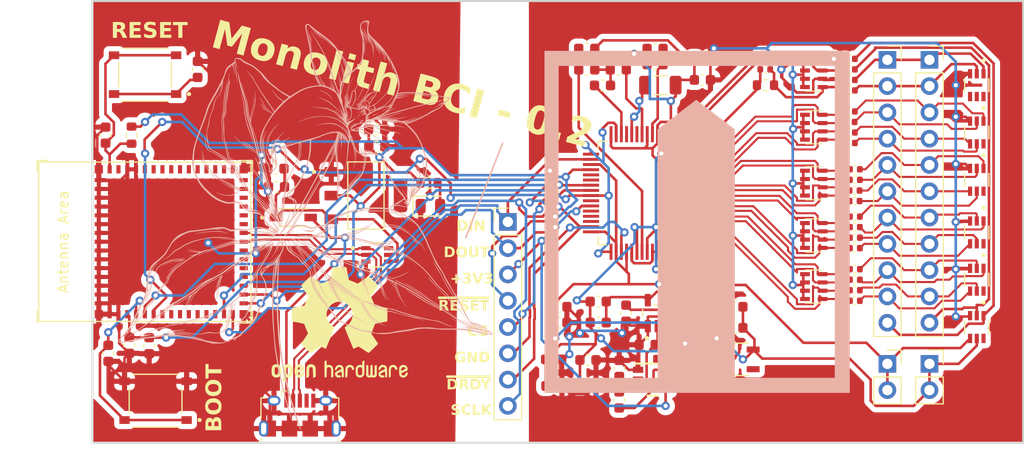
<source format=kicad_pcb>
(kicad_pcb (version 20221018) (generator pcbnew)
  (title_block (title "Monolith") (date "2023-12-09") (company "Monolith BCI"))
  (layers (0 "F.Cu" signal) (31 "B.Cu" signal) (34 "B.Paste" user) (35 "F.Paste" user) (36 "B.SilkS" user "B.Silkscreen") (37 "F.SilkS" user "F.Silkscreen") (38 "B.Mask" user) (39 "F.Mask" user) (44 "Edge.Cuts" user))
  (net 0 "")
  (net 1 "GNDA")
  (net 10 "/IN8N")
  (net 11 "/IN8P")
  (net 12 "/IN7N")
  (net 13 "/IN7P")
  (net 14 "/IN6N")
  (net 15 "/IN6P")
  (net 16 "/IN5N")
  (net 17 "/IN5P")
  (net 18 "/IN4N")
  (net 19 "/IN4P")
  (net 20 "/IN3N")
  (net 21 "/IN3P")
  (net 22 "/IN2N")
  (net 23 "/IN2P")
  (net 24 "/IN1N")
  (net 25 "/IN1P")
  (net 26 "/INSRB2")
  (net 27 "/INSRB1")
  (net 28 "/BIAS_DRV")
  (net 29 "Net-(U1-VCAP1)")
  (net 30 "/AVSS")
  (net 31 "Net-(U12-EN)")
  (net 32 "+3V3")
  (net 33 "Net-(U2-VI)")
  (net 34 "GND")
  (net 35 "/DIN")
  (net 36 "Net-(U1-VREFP)")
  (net 37 "Net-(U1-VCAP3)")
  (net 40 "/CS")
  (net 41 "/DOUT")
  (net 43 "/DRDY")
  (net 44 "Net-(U1-VCAP4)")
  (net 45 "Net-(U1-VCAP2)")
  (net 46 "/AVDD")
  (net 47 "Net-(U4-CAP+)")
  (net 48 "Net-(U4-CAP-)")
  (net 49 "/ADS Power/-RAW")
  (net 50 "Net-(U6-NR)")
  (net 51 "/BIASOUT")
  (net 53 "/1P")
  (net 54 "/1N")
  (net 56 "/2P")
  (net 57 "/2N")
  (net 58 "/3P")
  (net 59 "/3N")
  (net 60 "/4P")
  (net 61 "/4N")
  (net 62 "/5N")
  (net 63 "/5P")
  (net 64 "/6N")
  (net 65 "/6P")
  (net 66 "/7N")
  (net 67 "/7P")
  (net 68 "/8N")
  (net 69 "/8P")
  (net 70 "/SRB1")
  (net 71 "/SRB2")
  (net 72 "/AGND")
  (net 73 "/BIAS")
  (net 74 "Net-(U12-GPIO0{slash}BOOT)")
  (net 75 "/DP")
  (net 76 "VBUS")
  (net 77 "Net-(D11-A)")
  (net 79 "/DN")
  (net 80 "Net-(C5-Pad1)")
  (net 81 "/GPIO1")
  (net 82 "/U0TXD")
  (net 83 "/U0RXD")
  (net 85 "/SCLK")
  (footprint "Connector_PinHeader_2.54mm:PinHeader_1x08_P2.54mm_Vertical" (layer "F.Cu") (at 218.948 142.748)
    (fp_text reference "J7" hide)
    (fp_text value "Conn_01x08")
  )
  (footprint "Capacitor_SMD:C_0603_1608Metric" (layer "F.Cu") (at 229.708 156.906998 90)
    (fp_text reference "C46" hide)
    (fp_text value "10uF")
  )
  (footprint "Capacitor_SMD:C_0402_1005Metric" (layer "F.Cu") (at 252.443651 140.73515 180)
    (fp_text reference "R18" hide)
    (fp_text value "R 2.2k")
  )
  (footprint "Capacitor_SMD:C_0603_1608Metric" (layer "F.Cu") (at 223.399 158.602)
    (fp_text reference "C44" hide)
    (fp_text value "1uF")
  )
  (footprint "Capacitor_SMD:C_0603_1608Metric" (layer "F.Cu") (at 233.172 126.01015)
    (fp_text reference "C32" hide)
    (fp_text value "0.1uF")
  )
  (footprint "Connector_PinSocket_2.54mm:PinSocket_1x11_P2.54mm_Vertical" (layer "F.Cu") (at 255.616 127.092)
    (fp_text reference "J2" hide)
    (fp_text value "Conn_01x11")
  )
  (footprint "Capacitor_SMD:C_0402_1005Metric" (layer "F.Cu") (at 252.476 143.256 180)
    (fp_text reference "R8" hide)
    (fp_text value "R 2.2k")
  )
  (footprint "Capacitor_SMD:C_0402_1005Metric" (layer "F.Cu") (at 252.476 150.368 180)
    (fp_text reference "R20" hide)
    (fp_text value "R 2.2k")
  )
  (footprint "Connector_USB:USB_Micro-B_Amphenol_10118194_Horizontal" (layer "F.Cu") (at 198.852 161.42)
    (fp_text reference "J1" hide)
    (fp_text value "USB_B_Micro")
  )
  (footprint "LED_SMD:LED_0805_2012Metric" (layer "F.Cu") (at 211.461473 141.224)
    (fp_text reference "D11" hide)
    (fp_text value "EMERALD LED")
  )
  (footprint "Symbol:OSHW-Logo2_14.6x12mm_SilkScreen" (layer "F.Cu") (at 202.692 152.654)
    (fp_text reference "REF**" hide)
    (fp_text value "OSHW-Logo2_14.6x12mm_SilkScreen" hide)
  )
  (footprint "Connector_PinSocket_2.54mm:PinSocket_1x11_P2.54mm_Vertical" (layer "F.Cu") (at 259.68 127.092)
    (fp_text reference "J3" hide)
    (fp_text value "Conn_01x11")
  )
  (footprint "Capacitor_SMD:C_0402_1005Metric" (layer "F.Cu") (at 252.476 145.288 180)
    (fp_text reference "R19" hide)
    (fp_text value "R 2.2k")
  )
  (footprint "TS-1187A-B-A-B:SW_TS-1187A-B-A-B" (layer "F.Cu") (at 184.912 160.02 180)
    (fp_text reference "S2" hide)
    (fp_text value "TS-1187A-B-A-B")
  )
  (footprint "AMS1117-3.3:SOT229P700X180-4N" (layer "F.Cu") (at 205.232 140.208)
    (fp_text reference "U2" hide)
    (fp_text value "AMS1117-3.3")
  )
  (footprint "Capacitor_SMD:C_0603_1608Metric" (layer "F.Cu") (at 180.34 155.448 90)
    (fp_text reference "C4" hide)
    (fp_text value "0.1uF")
  )
  (footprint "Capacitor_SMD:C_0402_1005Metric" (layer "F.Cu") (at 251.968 133.096 180)
    (fp_text reference "R11" hide)
    (fp_text value "R 2.2k")
  )
  (footprint "Capacitor_SMD:C_0402_1005Metric" (layer "F.Cu") (at 251.996 127 180)
    (fp_text reference "R4" hide)
    (fp_text value "R 2.2k")
  )
  (footprint "Capacitor_SMD:C_0603_1608Metric" (layer "F.Cu") (at 227.676 152.476)
    (fp_text reference "C42" hide)
    (fp_text value "0.1uF")
  )
  (footprint "TS-1187A-B-A-B:SW_TS-1187A-B-A-B" (layer "F.Cu") (at 183.896 128.524 180)
    (fp_text reference "S1" hide)
    (fp_text value "TS-1187A-B-A-B")
  )
  (footprint "Capacitor_SMD:C_0603_1608Metric" (layer "F.Cu") (at 237.744 127)
    (fp_text reference "C38" hide)
    (fp_text value "1uF")
  )
  (footprint "Capacitor_SMD:C_0603_1608Metric" (layer "F.Cu") (at 196.596352 139.371945)
    (fp_text reference "C26" hide)
    (fp_text value "10uF")
  )
  (footprint "TPD4E1B06DCKR:TVS_TPD4E1B06DCKR" (layer "F.Cu") (at 264.252 138.684 -90)
    (fp_text reference "D2" hide)
    (fp_text value "TPD4E1B06DCKR")
  )
  (footprint "CA0612KRX7R9BB102:CAP_CA0612_3P2X1P6_YAG" (layer "F.Cu") (at 248.504 133.604)
    (fp_text reference "U7" hide)
    (fp_text value "~")
  )
  (footprint "Capacitor_SMD:C_0402_1005Metric" (layer "F.Cu") (at 251.996 130.048 180)
    (fp_text reference "R21" hide)
    (fp_text value "R 2.2k")
  )
  (footprint "Capacitor_SMD:C_0603_1608Metric" (layer "F.Cu") (at 184.296101 154.709452 90)
    (fp_text reference "C1" hide)
    (fp_text value "10uF")
  )
  (footprint "Capacitor_SMD:C_0402_1005Metric" (layer "F.Cu") (at 251.996 129.032 180)
    (fp_text reference "R15" hide)
    (fp_text value "R 2.2k")
  )
  (footprint "Capacitor_SMD:C_0603_1608Metric" (layer "F.Cu") (at 238.4985 151.568 -90)
    (fp_text reference "C53" hide)
    (fp_text value "10uF")
  )
  (footprint "Capacitor_SMD:C_0603_1608Metric" (layer "F.Cu") (at 233.172 127.53415)
    (fp_text reference "C33" hide)
    (fp_text value "10uF")
  )
  (footprint "Resistor_SMD:R_0603_1608Metric" (layer "F.Cu") (at 243.84 129.54 180)
    (fp_text reference "R28" hide)
    (fp_text value "1M")
  )
  (footprint "LM2664M6:SOT95P280X145-6N" (layer "F.Cu") (at 232.905001 157.989)
    (fp_text reference "U4" hide)
    (fp_text value "LM2664M6")
  )
  (footprint "Capacitor_SMD:C_0603_1608Metric" (layer "F.Cu") (at 180.079637 134.368739 90)
    (fp_text reference "C3" hide)
    (fp_text value "1uF")
  )
  (footprint "Capacitor_SMD:C_0402_1005Metric" (layer "F.Cu") (at 252.476 138.684 180)
    (fp_text reference "R7" hide)
    (fp_text value "R 2.2k")
  )
  (footprint "Capacitor_SMD:C_0603_1608Metric" (layer "F.Cu") (at 206.270824 133.802845)
    (fp_text reference "C24" hide)
    (fp_text value "0.1uF/50V")
  )
  (footprint "Capacitor_SMD:C_0402_1005Metric" (layer "F.Cu") (at 251.996 134.112 180)
    (fp_text reference "R16" hide)
    (fp_text value "R 2.2k")
  )
  (footprint "Capacitor_SMD:C_0603_1608Metric" (layer "F.Cu") (at 236.4665 151.568 -90)
    (fp_text reference "C52" hide)
    (fp_text value "C 2.2uF")
  )
  (footprint "Resistor_SMD:R_0603_1608Metric" (layer "F.Cu") (at 211.328 138.976539)
    (fp_text reference "R27" hide)
    (fp_text value "100")
  )
  (footprint "Capacitor_SMD:C_0603_1608Metric" (layer "F.Cu") (at 228.092 129.56615 180)
    (fp_text reference "C37" hide)
    (fp_text value "1uF")
  )
  (footprint "CA0612KRX7R9BB102:CAP_CA0612_3P2X1P6_YAG" (layer "F.Cu") (at 248.504 139.008)
    (fp_text reference "U8" hide)
    (fp_text value "~")
  )
  (footprint "Capacitor_SMD:C_0402_1005Metric" (layer "F.Cu") (at 251.996 132.08 180)
    (fp_text reference "R5" hide)
    (fp_text value "R 2.2k")
  )
  (footprint "TPD4E1B06DCKR:TVS_TPD4E1B06DCKR" (layer "F.Cu") (at 264.252 134.112 -90)
    (fp_text reference "D1" hide)
    (fp_text value "TPD4E1B06DCKR")
  )
  (footprint "Connector_PinSocket_2.54mm:PinSocket_1x02_P2.54mm_Vertical" (layer "F.Cu") (at 255.616 156.464)
    (fp_text reference "J5" hide)
    (fp_text value "Conn_01x02")
  )
  (footprint "Capacitor_SMD:C_0603_1608Metric" (layer "F.Cu") (at 226.568 126.01015 180)
    (fp_text reference "C34" hide)
    (fp_text value "0.1uF")
  )
  (footprint "Capacitor_SMD:C_0603_1608Metric" (layer "F.Cu") (at 226.568 128.04215)
    (fp_text reference "C35" hide)
    (fp_text value "1uF")
  )
  (footprint "Capacitor_SMD:C_0603_1608Metric" (layer "F.Cu") (at 240.884 152.984 180)
    (fp_text reference "C54" hide)
    (fp_text value "C 2.2uF")
  )
  (footprint "Capacitor_SMD:C_0603_1608Metric" (layer "F.Cu") (at 226.686 158.572)
    (fp_text reference "C41" hide)
    (fp_text value "0.1uF")
  )
  (footprint "Capacitor_SMD:C_0603_1608Metric" (layer "F.Cu") (at 223.879 150.952)
    (fp_text reference "C47" hide)
    (fp_text value ".1uF")
  )
  (footprint "Capacitor_SMD:C_0402_1005Metric" (layer "F.Cu") (at 252.476 148.336 180)
    (fp_text reference "R9" hide)
    (fp_text value "R 2.2k")
  )
  (footprint "Capacitor_SMD:C_0402_1005Metric" (layer "F.Cu") (at 252.476 137.668 180)
    (fp_text reference "R1" hide)
    (fp_text value "R 2.2k")
  )
  (footprint "Capacitor_SMD:C_0603_1608Metric" (layer "F.Cu") (at 227.676 150.444)
    (fp_text reference "C40" hide)
    (fp_text value "1uF")
  )
  (footprint "Capacitor_SMD:C_0603_1608Metric" (layer "F.Cu") (at 182.372 154.673 90)
    (fp_text reference "C2" hide)
    (fp_text value "0.1uF")
  )
  (footprint "Capacitor_SMD:C_0603_1608Metric" (layer "F.Cu") (at 237.836 156.54 90)
    (fp_text reference "C49" hide)
    (fp_text value "C 2.2uF")
  )
  (footprint "Capacitor_SMD:C_0402_1005Metric" (layer "F.Cu") (at 252.476 147.32 180)
    (fp_text reference "R3" hide)
    (fp_text value "R 2.2k")
  )
  (footprint "Capacitor_SMD:C_0603_1608Metric" (layer "F.Cu") (at 230.3705 151.568 -90)
    (fp_text reference "C51" hide)
    (fp_text value "C 0.1uF")
  )
  (footprint "CA0612KRX7R9BB102:CAP_CA0612_3P2X1P6_YAG" (layer "F.Cu") (at 248.504 128.524)
    (fp_text reference "U11" hide)
    (fp_text value "~")
  )
  (footprint "TPS72325DBVR:SOT95P280X145-5N" (layer "F.Cu") (at 233.4185 151.568 90)
    (fp_text reference "U6" hide)
    (fp_text value "TPS72325")
  )
  (footprint "Capacitor_SMD:C_0603_1608Metric" (layer "F.Cu") (at 240.884 150.952 180)
    (fp_text reference "C55" hide)
    (fp_text value "10uF")
  )
  (footprint "TPD4E1B06DCKR:TVS_TPD4E1B06DCKR" (layer "F.Cu") (at 264.252 129.54 -90)
    (fp_text reference "D6" hide)
    (fp_text value "TPD4E1B06DCKR")
  )
  (footprint "Capacitor_SMD:C_0402_1005Metric" (layer "F.Cu") (at 252.476 149.352 180)
    (fp_text reference "R14" hide)
    (fp_text value "R 2.2k")
  )
  (footprint "TPD4E1B06DCKR:TVS_TPD4E1B06DCKR" (layer "F.Cu") (at 264.252 152.908 -90)
    (fp_text reference "D5" hide)
    (fp_text value "TPD4E1B06DCKR")
  )
  (footprint "CA0612KRX7R9BB102:CAP_CA0612_3P2X1P6_YAG" (layer "F.Cu") (at 248.504 144.062986)
    (fp_text reference "U9" hide)
    (fp_text value "~")
  )
  (footprint "CA0612KRX7R9BB102:CAP_CA0612_3P2X1P6_YAG" (layer "F.Cu") (at 248.504 149.000985)
    (fp_text reference "U10" hide)
    (fp_text value "~")
  )
  (footprint "Capacitor_SMD:C_0603_1608Metric" (layer "F.Cu") (at 229.616 128.04215)
    (fp_text reference "C36" hide)
    (fp_text value "1uF")
  )
  (footprint "TPD4E1B06DCKR:TVS_TPD4E1B06DCKR" (layer "F.Cu") (at 264.252 143.764 -90)
    (fp_text reference "D3" hide)
    (fp_text value "TPD4E1B06DCKR")
  )
  (footprint "Capacitor_SMD:C_0402_1005Metric" (layer "F.Cu") (at 252.476 142.24 180)
    (fp_text reference "R2" hide)
    (fp_text value "R 2.2k")
  )
  (footprint "Capacitor_SMD:C_0603_1608Metric" (layer "F.Cu") (at 237.744 129.032)
    (fp_text reference "C20" hide)
    (fp_text value "0.1uF")
  )
  (footprint "Capacitor_SMD:C_0603_1608Metric" (layer "F.Cu") (at 196.541473 137.60175)
    (fp_text reference "C25" hide)
    (fp_text value "0.1uF/50V")
  )
  (footprint "TPD4E1B06DCKR:TVS_TPD4E1B06DCKR" (layer "F.Cu") (at 206.332 145.938)
    (fp_text reference "D12" hide)
    (fp_text value "TPD4E1B06DCKR")
  )
  (footprint "PCM_Espressif:ESP32-S3-MINI-1" (layer "F.Cu") (at 186.426 144.668 90)
    (fp_text reference "U12" hide)
    (fp_text value "ESP32-S3-MINI-1")
  )
  (footprint "Connector_PinSocket_2.54mm:PinSocket_1x02_P2.54mm_Vertical" (layer "F.Cu") (at 259.68 156.464)
    (fp_text reference "J4" hide)
    (fp_text value "Conn_01x02")
  )
  (footprint "TLV70025QDDCRQ1:SOT95P280X110-5N" (layer "F.Cu") (at 241.392 156.032)
    (fp_text reference "U5" hide)
    (fp_text value "TLV70025QDDCRQ1")
  )
  (footprint "Resistor_SMD:R_0603_1608Metric" (layer "F.Cu") (at 182.589637 134.368739 -90)
    (fp_text reference "R6" hide)
    (fp_text value "10k")
  )
  (footprint "Capacitor_SMD:C_0603_1608Metric" (layer "F.Cu") (at 188.976 128.016 90)
    (fp_text reference "C5" hide)
    (fp_text value "1uF")
  )
  (footprint "Capacitor_SMD:C_0603_1608Metric" (layer "F.Cu") (at 232.4025 154.616 180)
    (fp_text reference "C50" hide)
    (fp_text value "C 2.2uF")
  )
  (footprint "Capacitor_SMD:C_0402_1005Metric" (layer "F.Cu") (at 252.476 144.272 180)
    (fp_text reference "R13" hide)
    (fp_text value "R 2.2k")
  )
  (footprint "Capacitor_SMD:C_0603_1608Metric" (layer "F.Cu") (at 223.879 152.476)
    (fp_text reference "C43" hide)
    (fp_text value "1uF")
  )
  (footprint "Capacitor_SMD:C_0402_1005Metric" (layer "F.Cu") (at 251.996 128.016 180)
    (fp_text reference "R10" hide)
    (fp_text value "R 2.2k")
  )
  (footprint "TPD4E1B06DCKR:TVS_TPD4E1B06DCKR" (layer "F.Cu") (at 264.252 148.336 -90)
    (fp_text reference "D4" hide)
    (fp_text value "TPD4E1B06DCKR")
  )
  (footprint "Capacitor_SMD:C_1206_3216Metric" (layer "F.Cu") (at 233.68 129.54)
    (fp_text reference "C19" hide)
    (fp_text value "100uF")
  )
  (footprint "ADS1299IPAGR:QFP50P1200X1200X120-64N" (layer "F.Cu") (at 232.664 139.958 180)
    (fp_text reference "U1" hide)
    (fp_text value "ADS1299IPAGR")
  )
  (footprint "Capacitor_SMD:C_0402_1005Metric" (layer "F.Cu") (at 252.443651 139.71915 180)
    (fp_text reference "R12" hide)
    (fp_text value "R 2.2k")
  )
  (footprint "1N5819HW-7-F:SOD3715X145N" (layer "F.Cu") (at 198.213741 142.326374)
    (fp_text reference "D10" hide)
    (fp_text value "1N5819HW-7-F")
  )
  (footprint "Capacitor_SMD:C_0402_1005Metric" (layer "F.Cu") (at 243.812 128.016)
    (fp_text reference "C56" hide)
    (fp_text value "1nF")
  )
  (footprint "Capacitor_SMD:C_0603_1608Metric" (layer "F.Cu") (at 226.686 156.092)
    (fp_text reference "C39" hide)
    (fp_text value "1uF")
  )
  (footprint "Capacitor_SMD:C_0402_1005Metric" (layer "F.Cu") (at 251.996 135.128 180)
    (fp_text reference "R29" hide)
    (fp_text value "R 2.2k")
  )
  (footprint "Capacitor_SMD:C_0603_1608Metric" (layer "F.Cu") (at 223.371 156.032)
    (fp_text reference "C48" hide)
    (fp_text value "0.1uF")
  )
  (footprint "Capacitor_SMD:C_0603_1608Metric" (layer "F.Cu") (at 229.708 159.954998 90)
    (fp_text reference "C45" hide)
    (fp_text value "10uF")
  )
  (footprint "Capacitor_SMD:C_0603_1608Metric" (layer "F.Cu") (at 206.284296 135.476335)
    (fp_text reference "C27" hide)
    (fp_text value "10uF")
  )
  (footprint "LOGO" (layer "B.Cu") (at 237.236 142.702481 180)
    (fp_text reference "G***")
    (fp_text value "LOGO" hide)
  )
  (footprint "LOGO" (layer "B.Cu") (at 199.39 142.748 180)
    (fp_text reference "G***" hide)
    (fp_text value "LOGO" hide)
  )
  (gr_line (start 218.44 135.128) (end 214.884 144.272) (stroke (width 0.15)) (layer "B.SilkS"))
  (gr_rect (start 178.816 121.412) (end 268.732 164.084) (stroke (width 0.2)) (fill none) (layer "Edge.Cuts"))
  (gr_text "DIN" (at 213.953022 143.782026) (layer "F.SilkS") (effects (font (size 1 1) (thickness 0.25) bold) (justify left bottom)))
  (gr_text "GND" (at 213.76642 156.482026) (layer "F.SilkS") (effects (font (size 1 1) (thickness 0.25) bold) (justify left bottom)))
  (gr_text "Monolith BCI - 0.2" (at 189.992 126.238 345) (layer "F.SilkS") (effects (font (size 2.7 2.7) (thickness 0.3) bold) (justify left bottom)))
  (gr_text "RESET" (at 180.594 125.222) (layer "F.SilkS") (effects (font (size 1.5 1.5) (thickness 0.3) bold) (justify left bottom)))
  (gr_text "~{RESET}" (at 212.21499 151.478838) (layer "F.SilkS") (effects (font (size 1 1) (thickness 0.25) bold) (justify left bottom)))
  (gr_text "SCLK" (at 213.404941 161.562026) (layer "F.SilkS") (effects (font (size 1 1) (thickness 0.25) bold) (justify left bottom)))
  (gr_text "CS" (at 215.030621 153.942026) (layer "F.SilkS") (effects (font (size 1 1) (thickness 0.25) bold) (justify left bottom)))
  (gr_text "~{DRDY}" (at 212.998521 159.098838) (layer "F.SilkS") (effects (font (size 1 1) (thickness 0.25) bold) (justify left bottom)))
  (gr_text "BOOT" (at 191.516 163.068 90) (layer "F.SilkS") (effects (font (size 1.5 1.5) (thickness 0.3) bold) (justify left bottom)))
  (gr_text "DOUT" (at 212.733762 146.322026) (layer "F.SilkS") (effects (font (size 1 1) (thickness 0.25) bold) (justify left bottom)))
  (gr_text "+3V3" (at 213.36 148.862026) (layer "F.SilkS") (effects (font (size 1 1) (thickness 0.25) bold) (justify left bottom)))
  (segment (start 262.22 137.16) (end 263.178 137.16) (width 0.25) (layer "F.Cu") (net 1))
  (segment (start 238.103 156.032) (end 237.836 155.765) (width 0.25) (layer "F.Cu") (net 1))
  (segment (start 229.668002 156.092) (end 229.708 156.131998) (width 0.25) (layer "F.Cu") (net 1))
  (segment (start 263.178 137.16) (end 263.602 137.584) (width 0.25) (layer "F.Cu") (net 1))
  (segment (start 224.387 156.032) (end 224.895 155.524) (width 0.25) (layer "F.Cu") (net 1))
  (segment (start 232.468499 152.768) (end 230.7955 152.768) (width 0.25) (layer "F.Cu") (net 1))
  (segment (start 225.911 152.209) (end 225.911 153.492) (width 0.25) (layer "F.Cu") (net 1))
  (segment (start 224.895 153.8435) (end 224.895 152.717) (width 0.25) (layer "F.Cu") (net 1))
  (segment (start 229.975 153.492) (end 229.975 152.7385) (width 0.25) (layer "F.Cu") (net 1))
  (segment (start 262.304 142.664) (end 262.22 142.748) (width 0.25) (layer "F.Cu") (net 1))
  (segment (start 240.7657 156.032) (end 238.103 156.032) (width 0.25) (layer "F.Cu") (net 1))
  (segment (start 263.178 132.588) (end 263.602 133.012) (width 0.25) (layer "F.Cu") (net 1))
  (segment (start 237.836 153.7125) (end 236.4665 152.343) (width 0.25) (layer "F.Cu") (net 1))
  (segment (start 224.944 159.372) (end 226.661 159.372) (width 0.25) (layer "F.Cu") (net 1))
  (segment (start 224.146 156.032) (end 224.146 158.574) (width 0.25) (layer "F.Cu") (net 1))
  (segment (start 231.6275 156.941499) (end 231.53 157.038999) (width 0.25) (layer "F.Cu") (net 1))
  (segment (start 263.602 142.664) (end 262.304 142.664) (width 0.25) (layer "F.Cu") (net 1))
  (segment (start 230.615001 157.038999) (end 229.708 156.131998) (width 0.25) (layer "F.Cu") (net 1))
  (segment (start 232.468499 151.968) (end 232.468499 152.768) (width 0.25) (layer "F.Cu") (net 1))
  (segment (start 249.354 128.924) (end 248.629 128.924) (width 0.25) (layer "F.Cu") (net 1))
  (segment (start 249.462 129.032) (end 249.354 128.924) (width 0.25) (layer "F.Cu") (net 1))
  (segment (start 263.518 151.892) (end 263.602 151.808) (width 0.25) (layer "F.Cu") (net 1))
  (segment (start 251.516 129.032) (end 249.462 129.032) (width 0.25) (layer "F.Cu") (net 1))
  (segment (start 262.22 151.892) (end 263.518 151.892) (width 0.25) (layer "F.Cu") (net 1))
  (segment (start 240.109 152.984) (end 239.1395 152.984) (width 0.25) (layer "F.Cu") (net 1))
  (segment (start 248.629 128.924) (end 248.454 129.099) (width 0.25) (layer "F.Cu") (net 1))
  (segment (start 262.22 147.32) (end 263.518 147.32) (width 0.25) (layer "F.Cu") (net 1))
  (segment (start 236.4665 152.343) (end 238.4985 152.343) (width 0.25) (layer "F.Cu") (net 1))
  (segment (start 227.461 156.092) (end 229.668002 156.092) (width 0.25) (layer "F.Cu") (net 1))
  (segment (start 263.518 147.32) (end 263.602 147.236) (width 0.25) (layer "F.Cu") (net 1))
  (segment (start 241.3 155.365695) (end 240.934 155.731695) (width 0.25) (layer "F.Cu") (net 1))
  (segment (start 238.852 125.984) (end 238.852 126.667) (width 0.25) (layer "F.Cu") (net 1))
  (segment (start 231.53 157.038999) (end 230.615001 157.038999) (width 0.25) (layer "F.Cu") (net 1))
  (segment (start 231.6275 154.616) (end 231.6275 156.941499) (width 0.25) (layer "F.Cu") (net 1))
  (segment (start 224.654 150.952) (end 224.654 152.476) (width 0.25) (layer "F.Cu") (net 1))
  (segment (start 227.461 156.092) (end 227.461 158.572) (width 0.25) (layer "F.Cu") (net 1))
  (segment (start 248.454 130.249) (end 246.854 130.249) (width 0.25) (layer "F.Cu") (net 1))
  (segment (start 240.109 152.984) (end 241.3 154.175) (width 0.25) (layer "F.Cu") (net 1))
  (segment (start 240.934 155.731695) (end 240.934 155.8637) (width 0.25) (layer "F.Cu") (net 1))
  (segment (start 241.3 154.175) (end 241.3 155.365695) (width 0.25) (layer "F.Cu") (net 1))
  (segment (start 248.454 129.099) (end 248.454 130.249) (width 0.25) (layer "F.Cu") (net 1))
  (segment (start 229.975 152.7385) (end 230.3705 152.343) (width 0.25) (layer "F.Cu") (net 1))
  (segment (start 240.109 152.984) (end 240.109 150.952) (width 0.25) (layer "F.Cu") (net 1))
  (segment (start 246.854 130.249) (end 245.364 128.759) (width 0.25) (layer "F.Cu") (net 1))
  (segment (start 245.364 128.759) (end 245.364 128.016) (width 0.25) (layer "F.Cu") (net 1))
  (segment (start 236.0165 151.893) (end 232.543499 151.893) (width 0.25) (layer "F.Cu") (net 1))
  (segment (start 230.7955 152.768) (end 230.3705 152.343) (width 0.25) (layer "F.Cu") (net 1))
  (segment (start 224.654 150.952) (end 225.911 152.209) (width 0.25) (layer "F.Cu") (net 1))
  (segment (start 237.836 155.765) (end 237.836 153.7125) (width 0.25) (layer "F.Cu") (net 1))
  (segment (start 239.1395 152.984) (end 238.4985 152.343) (width 0.25) (layer "F.Cu") (net 1))
  (segment (start 240.934 155.8637) (end 240.7657 156.032) (width 0.25) (layer "F.Cu") (net 1))
  (segment (start 263.32 128.44) (end 262.22 129.54) (width 0.25) (layer "F.Cu") (net 1))
  (segment (start 224.174 158.602) (end 224.944 159.372) (width 0.25) (layer "F.Cu") (net 1))
  (segment (start 238.519 129.032) (end 238.519 127) (width 0.25) (layer "F.Cu") (net 1))
  (segment (start 232.468499 152.768) (end 232.468499 153.775001) (width 0.25) (layer "F.Cu") (net 1))
  (segment (start 263.602 128.44) (end 263.32 128.44) (width 0.25) (layer "F.Cu") (net 1))
  (segment (start 232.468499 153.775001) (end 231.6275 154.616) (width 0.25) (layer "F.Cu") (net 1))
  (segment (start 236.4665 152.343) (end 236.0165 151.893) (width 0.25) (layer "F.Cu") (net 1))
  (segment (start 224.146 158.574) (end 224.174 158.602) (width 0.25) (layer "F.Cu") (net 1))
  (segment (start 238.852 126.667) (end 238.519 127) (width 0.25) (layer "F.Cu") (net 1))
  (segment (start 224.895 152.717) (end 224.654 152.476) (width 0.25) (layer "F.Cu") (net 1))
  (segment (start 262.22 132.588) (end 263.178 132.588) (width 0.25) (layer "F.Cu") (net 1))
  (segment (start 226.661 159.372) (end 227.461 158.572) (width 0.25) (layer "F.Cu") (net 1))
  (segment (start 232.543499 151.893) (end 232.468499 151.968) (width 0.25) (layer "F.Cu") (net 1))
  (segment (start 224.146 156.032) (end 224.387 156.032) (width 0.25) (layer "F.Cu") (net 1))
  (via (at 245.364 128.016) (size 0.8) (drill 0.4) (layers "F.Cu" "B.Cu") (net 1))
  (via (at 262.22 132.588) (size 0.8) (drill 0.4) (layers "F.Cu" "B.Cu") (net 1))
  (via (at 225.911 153.492) (size 0.8) (drill 0.4) (layers "F.Cu" "B.Cu") (net 1))
  (via (at 229.975 153.492) (size 0.8) (drill 0.4) (layers "F.Cu" "B.Cu") (net 1))
  (via (at 224.895 155.524) (size 0.8) (drill 0.4) (layers "F.Cu" "B.Cu") (net 1))
  (via (at 262.22 129.54) (size 0.8) (drill 0.4) (layers "F.Cu" "B.Cu") (net 1))
  (via (at 262.22 147.32) (size 0.8) (drill 0.4) (layers "F.Cu" "B.Cu") (net 1))
  (via (at 262.22 151.892) (size 0.8) (drill 0.4) (layers "F.Cu" "B.Cu") (net 1))
  (via (at 262.22 137.16) (size 0.8) (drill 0.4) (layers "F.Cu" "B.Cu") (net 1))
  (via (at 224.895 153.8435) (size 0.8) (drill 0.4) (layers "F.Cu" "B.Cu") (net 1))
  (via (at 238.852 125.984) (size 0.8) (drill 0.4) (layers "F.Cu" "B.Cu") (net 1))
  (via (at 262.22 142.748) (size 0.8) (drill 0.4) (layers "F.Cu" "B.Cu") (net 1))
  (segment (start 262.22 147.32) (end 262.22 151.892) (width 0.25) (layer "B.Cu") (net 1))
  (segment (start 243.932 125.984) (end 238.852 125.984) (width 0.25) (layer "B.Cu") (net 1))
  (segment (start 262.22 132.588) (end 262.22 137.16) (width 0.25) (layer "B.Cu") (net 1))
  (segment (start 262.22 137.16) (end 262.22 142.24) (width 0.25) (layer "B.Cu") (net 1))
  (segment (start 244.449 125.467) (end 243.932 125.984) (width 0.25) (layer "B.Cu") (net 1))
  (segment (start 229.758 153.275) (end 229.975 153.492) (width 0.25) (layer "B.Cu") (net 1))
  (segment (start 224.895 155.524) (end 224.895 153.8435) (width 0.25) (layer "B.Cu") (net 1))
  (segment (start 262.22 129.54) (end 262.22 132.588) (width 0.25) (layer "B.Cu") (net 1))
  (segment (start 262.22 129.54) (end 262.22 127.282) (width 0.25) (layer "B.Cu") (net 1))
  (segment (start 245.364 127.416) (end 243.932 125.984) (width 0.25) (layer "B.Cu") (net 1))
  (segment (start 262.22 142.748) (end 262.22 147.32) (width 0.25) (layer "B.Cu") (net 1))
  (segment (start 226.128 153.275) (end 229.758 153.275) (width 0.25) (layer "B.Cu") (net 1))
  (segment (start 225.911 153.492) (end 226.128 153.275) (width 0.25) (layer "B.Cu") (net 1))
  (segment (start 260.405 125.467) (end 244.449 125.467) (width 0.25) (layer "B.Cu") (net 1))
  (segment (start 245.364 128.016) (end 245.364 127.416) (width 0.25) (layer "B.Cu") (net 1))
  (segment (start 262.22 127.282) (end 260.405 125.467) (width 0.25) (layer "B.Cu") (net 1))
  (segment (start 262.22 142.24) (end 262.22 142.748) (width 0.25) (layer "B.Cu") (net 1))
  (segment (start 246.692612 151.150966) (end 245.995661 150.454015) (width 0.2) (layer "F.Cu") (net 10))
  (segment (start 245.995661 150.454015) (end 245.995661 149.993981) (width 0.2) (layer "F.Cu") (net 10))
  (segment (start 249.354 150.200985) (end 249.054 149.900985) (width 0.2) (layer "F.Cu") (net 10))
  (segment (start 249.054 149.900985) (end 249.054 150.712354) (width 0.2) (layer "F.Cu") (net 10))
  (segment (start 239.68468 143.683) (end 239.539001 143.683) (width 0.2) (layer "F.Cu") (net 10))
  (segment (start 248.615388 151.150966) (end 246.692612 151.150966) (width 0.2) (layer "F.Cu") (net 10))
  (segment (start 251.828985 150.200985) (end 251.996 150.368) (width 0.2) (layer "F.Cu") (net 10))
  (segment (start 249.054 150.712354) (end 248.615388 151.150966) (width 0.2) (layer "F.Cu") (net 10))
  (segment (start 249.354 150.200985) (end 251.828985 150.200985) (width 0.2) (layer "F.Cu") (net 10))
  (segment (start 239.539001 143.683) (end 239.514001 143.708) (width 0.2) (layer "F.Cu") (net 10))
  (segment (start 245.995661 149.993981) (end 239.68468 143.683) (width 0.2) (layer "F.Cu") (net 10))
  (segment (start 239.514001 143.708) (end 238.344 143.708) (width 0.2) (layer "F.Cu") (net 10))
  (segment (start 248.575813 149.100985) (end 248.429 148.954172) (width 0.2) (layer "F.Cu") (net 11))
  (segment (start 249.354 149.400985) (end 251.947015 149.400985) (width 0.2) (layer "F.Cu") (net 11))
  (segment (start 248.890397 149.100985) (end 248.575813 149.100985) (width 0.2) (layer "F.Cu") (net 11))
  (segment (start 249.354 149.400985) (end 249.190397 149.400985) (width 0.2) (layer "F.Cu") (net 11))
  (segment (start 239.514001 143.208) (end 238.344 143.208) (width 0.2) (layer "F.Cu") (net 11))
  (segment (start 239.87105 143.233) (end 239.539001 143.233) (width 0.2) (layer "F.Cu") (net 11))
  (segment (start 248.429 148.954172) (end 248.429 150.700985) (width 0.2) (layer "F.Cu") (net 11))
  (segment (start 239.539001 143.233) (end 239.514001 143.208) (width 0.2) (layer "F.Cu") (net 11))
  (segment (start 246.879 150.24095) (end 239.87105 143.233) (width 0.2) (layer "F.Cu") (net 11))
  (segment (start 249.190397 149.400985) (end 248.890397 149.100985) (width 0.2) (layer "F.Cu") (net 11))
  (segment (start 248.429 150.700985) (end 246.879 150.700985) (width 0.2) (layer "F.Cu") (net 11))
  (segment (start 251.947015 149.400985) (end 251.996 149.352) (width 0.2) (layer "F.Cu") (net 11))
  (segment (start 246.879 150.700985) (end 246.879 150.24095) (width 0.2) (layer "F.Cu") (net 11))
  (segment (start 248.429 148.388486) (end 248.429 147.300985) (width 0.2) (layer "F.Cu") (net 12))
  (segment (start 249.354 148.600985) (end 251.731015 148.600985) (width 0.2) (layer "F.Cu") (net 12))
  (segment (start 246.879 147.300985) (end 246.879 147.6292) (width 0.2) (layer "F.Cu") (net 12))
  (segment (start 239.514001 142.708) (end 238.344 142.708) (width 0.2) (layer "F.Cu") (net 12))
  (segment (start 241.9328 142.683) (end 239.539001 142.683) (width 0.2) (layer "F.Cu") (net 12))
  (segment (start 246.879 147.6292) (end 241.9328 142.683) (width 0.2) (layer "F.Cu") (net 12))
  (segment (start 239.539001 142.683) (end 239.514001 142.708) (width 0.2) (layer "F.Cu") (net 12))
  (segment (start 249.354 148.600985) (end 248.641499 148.600985) (width 0.2) (layer "F.Cu") (net 12))
  (segment (start 251.731015 148.600985) (end 251.996 148.336) (width 0.2) (layer "F.Cu") (net 12))
  (segment (start 248.429 147.300985) (end 246.879 147.300985) (width 0.2) (layer "F.Cu") (net 12))
  (segment (start 248.641499 148.600985) (end 248.429 148.388486) (width 0.2) (layer "F.Cu") (net 12))
  (segment (start 248.878981 147.800985) (end 248.878981 147.114597) (width 0.2) (layer "F.Cu") (net 13))
  (segment (start 246.737204 146.851004) (end 242.1192 142.233) (width 0.2) (layer "F.Cu") (net 13))
  (segment (start 249.354 147.800985) (end 248.878981 147.800985) (width 0.2) (layer "F.Cu") (net 13))
  (segment (start 239.539001 142.233) (end 239.514001 142.208) (width 0.2) (layer "F.Cu") (net 13))
  (segment (start 251.515015 147.800985) (end 251.996 147.32) (width 0.2) (layer "F.Cu") (net 13))
  (segment (start 242.1192 142.233) (end 239.539001 142.233) (width 0.2) (layer "F.Cu") (net 13))
  (segment (start 249.354 147.800985) (end 251.515015 147.800985) (width 0.2) (layer "F.Cu") (net 13))
  (segment (start 248.615388 146.851004) (end 246.737204 146.851004) (width 0.2) (layer "F.Cu") (net 13))
  (segment (start 248.878981 147.114597) (end 248.615388 146.851004) (width 0.2) (layer "F.Cu") (net 13))
  (segment (start 239.514001 142.208) (end 238.344 142.208) (width 0.2) (layer "F.Cu") (net 13))
  (segment (start 246.012351 145.532706) (end 246.012351 145.220823) (width 0.2) (layer "F.Cu") (net 14))
  (segment (start 248.615388 146.212967) (end 246.692612 146.212967) (width 0.2) (layer "F.Cu") (net 14))
  (segment (start 246.012351 145.220823) (end 242.474528 141.683) (width 0.2) (layer "F.Cu") (net 14))
  (segment (start 249.354 145.262986) (end 251.970986 145.262986) (width 0.2) (layer "F.Cu") (net 14))
  (segment (start 242.474528 141.683) (end 239.539001 141.683) (width 0.2) (layer "F.Cu") (net 14))
  (segment (start 239.539001 141.683) (end 239.514001 141.708) (width 0.2) (layer "F.Cu") (net 14))
  (segment (start 246.692612 146.212967) (end 246.012351 145.532706) (width 0.2) (layer "F.Cu") (net 14))
  (segment (start 251.970986 145.262986) (end 251.996 145.288) (width 0.2) (layer "F.Cu") (net 14))
  (segment (start 249.054 145.774355) (end 248.615388 146.212967) (width 0.2) (layer "F.Cu") (net 14))
  (segment (start 249.354 145.262986) (end 249.054 144.962986) (width 0.2) (layer "F.Cu") (net 14))
  (segment (start 239.514001 141.708) (end 238.344 141.708) (width 0.2) (layer "F.Cu") (net 14))
  (segment (start 249.054 144.962986) (end 249.054 145.774355) (width 0.2) (layer "F.Cu") (net 14))
  (segment (start 239.539001 141.233) (end 239.514001 141.208) (width 0.2) (layer "F.Cu") (net 15))
  (segment (start 251.805014 144.462986) (end 251.996 144.272) (width 0.2) (layer "F.Cu") (net 15))
  (segment (start 248.429 145.762986) (end 246.879 145.762986) (width 0.2) (layer "F.Cu") (net 15))
  (segment (start 249.354 144.462986) (end 249.536986 144.28) (width 0.2) (layer "F.Cu") (net 15))
  (segment (start 242.660898 141.233) (end 239.539001 141.233) (width 0.2) (layer "F.Cu") (net 15))
  (segment (start 239.514001 141.208) (end 238.344 141.208) (width 0.2) (layer "F.Cu") (net 15))
  (segment (start 248.890397 144.162986) (end 248.575813 144.162986) (width 0.2) (layer "F.Cu") (net 15))
  (segment (start 249.354 144.462986) (end 249.190397 144.462986) (width 0.2) (layer "F.Cu") (net 15))
  (segment (start 248.575813 144.162986) (end 248.429 144.016173) (width 0.2) (layer "F.Cu") (net 15))
  (segment (start 248.429 144.016173) (end 248.429 145.762986) (width 0.2) (layer "F.Cu") (net 15))
  (segment (start 246.879 145.451102) (end 242.660898 141.233) (width 0.2) (layer "F.Cu") (net 15))
  (segment (start 249.190397 144.462986) (end 248.890397 144.162986) (width 0.2) (layer "F.Cu") (net 15))
  (segment (start 246.879 145.762986) (end 246.879 145.451102) (width 0.2) (layer "F.Cu") (net 15))
  (segment (start 249.354 144.462986) (end 251.805014 144.462986) (width 0.2) (layer "F.Cu") (net 15))
  (segment (start 239.514001 140.708) (end 238.344 140.708) (width 0.2) (layer "F.Cu") (net 16))
  (segment (start 249.354 143.662986) (end 251.589014 143.662986) (width 0.2) (layer "F.Cu") (net 16))
  (segment (start 251.589014 143.662986) (end 251.996 143.256) (width 0.2) (layer "F.Cu") (net 16))
  (segment (start 248.641499 143.662986) (end 248.429 143.450487) (width 0.2) (layer "F.Cu") (net 16))
  (segment (start 239.539001 140.683) (end 239.514001 140.708) (width 0.2) (layer "F.Cu") (net 16))
  (segment (start 248.429 142.362986) (end 246.879 142.362986) (width 0.2) (layer "F.Cu") (net 16))
  (segment (start 248.429 143.450487) (end 248.429 142.362986) (width 0.2) (layer "F.Cu") (net 16))
  (segment (start 246.879 142.5492) (end 245.0128 140.683) (width 0.2) (layer "F.Cu") (net 16))
  (segment (start 246.879 142.362986) (end 246.879 142.5492) (width 0.2) (layer "F.Cu") (net 16))
  (segment (start 249.354 143.662986) (end 249.471014 143.78) (width 0.2) (layer "F.Cu") (net 16))
  (segment (start 245.0128 140.683) (end 239.539001 140.683) (width 0.2) (layer "F.Cu") (net 16))
  (segment (start 249.354 143.662986) (end 248.641499 143.662986) (width 0.2) (layer "F.Cu") (net 16))
  (segment (start 248.878981 142.862986) (end 248.878981 142.176598) (width 0.2) (layer "F.Cu") (net 17))
  (segment (start 249.354 142.862986) (end 251.373014 142.862986) (width 0.2) (layer "F.Cu") (net 17))
  (segment (start 246.879205 141.913005) (end 245.1992 140.233) (width 0.2) (layer "F.Cu") (net 17))
  (segment (start 248.615388 141.913005) (end 246.879205 141.913005) (width 0.2) (layer "F.Cu") (net 17))
  (segment (start 239.539001 140.233) (end 239.514001 140.208) (width 0.2) (layer "F.Cu") (net 17))
  (segment (start 251.373014 142.862986) (end 251.996 142.24) (width 0.2) (layer "F.Cu") (net 17))
  (segment (start 239.514001 140.208) (end 238.344 140.208) (width 0.2) (layer "F.Cu") (net 17))
  (segment (start 245.1992 140.233) (end 239.539001 140.233) (width 0.2) (layer "F.Cu") (net 17))
  (segment (start 248.878981 142.176598) (end 248.615388 141.913005) (width 0.2) (layer "F.Cu") (net 17))
  (segment (start 249.354 142.862986) (end 248.878981 142.862986) (width 0.2) (layer "F.Cu") (net 17))
  (segment (start 251.436501 140.208) (end 251.963651 140.73515) (width 0.2) (layer "F.Cu") (net 18))
  (segment (start 249.054 139.908) (end 249.054 140.719369) (width 0.2) (layer "F.Cu") (net 18))
  (segment (start 239.514001 139.708) (end 238.344 139.708) (width 0.2) (layer "F.Cu") (net 18))
  (segment (start 246.692612 141.157981) (end 246.429019 140.894388) (width 0.2) (layer "F.Cu") (net 18))
  (segment (start 248.615388 141.157981) (end 246.692612 141.157981) (width 0.2) (layer "F.Cu") (net 18))
  (segment (start 246.429019 140.894388) (end 246.429019 140.613341) (width 0.2) (layer "F.Cu") (net 18))
  (segment (start 245.498678 139.683) (end 239.539001 139.683) (width 0.2) (layer "F.Cu") (net 18))
  (segment (start 246.429019 140.613341) (end 245.498678 139.683) (width 0.2) (layer "F.Cu") (net 18))
  (segment (start 249.354 140.208) (end 251.436501 140.208) (width 0.2) (layer "F.Cu") (net 18))
  (segment (start 249.354 140.208) (end 249.054 139.908) (width 0.2) (layer "F.Cu") (net 18))
  (segment (start 239.539001 139.683) (end 239.514001 139.708) (width 0.2) (layer "F.Cu") (net 18))
  (segment (start 249.054 140.719369) (end 248.615388 141.157981) (width 0.2) (layer "F.Cu") (net 18))
  (segment (start 246.879 140.708) (end 246.879 140.426952) (width 0.2) (layer "F.Cu") (net 19))
  (segment (start 249.354 139.408) (end 251.652501 139.408) (width 0.2) (layer "F.Cu") (net 19))
  (segment (start 239.514001 139.208) (end 238.344 139.208) (width 0.2) (layer "F.Cu") (net 19))
  (segment (start 249.190397 139.408) (end 249.015397 139.233) (width 0.2) (layer "F.Cu") (net 19))
  (segment (start 239.539001 139.233) (end 239.514001 139.208) (width 0.2) (layer "F.Cu") (net 19))
  (segment (start 248.429 140.708) (end 246.879 140.708) (width 0.2) (layer "F.Cu") (net 19))
  (segment (start 251.652501 139.408) (end 251.963651 139.71915) (width 0.2) (layer "F.Cu") (net 19))
  (segment (start 249.354 139.408) (end 249.190397 139.408) (width 0.2) (layer "F.Cu") (net 19))
  (segment (start 245.685048 139.233) (end 239.539001 139.233) (width 0.2) (layer "F.Cu") (net 19))
  (segment (start 249.015397 139.233) (end 248.429 139.233) (width 0.2) (layer "F.Cu") (net 19))
  (segment (start 248.429 139.233) (end 248.429 140.708) (width 0.2) (layer "F.Cu") (net 19))
  (segment (start 246.879 140.426952) (end 245.685048 139.233) (width 0.2) (layer "F.Cu") (net 19))
  (segment (start 249.354 138.608) (end 248.641499 138.608) (width 0.2) (layer "F.Cu") (net 20))
  (segment (start 248.429 138.395501) (end 248.429 137.308) (width 0.2) (layer "F.Cu") (net 20))
  (segment (start 241.656253 137.308) (end 240.431271 138.532982) (width 0.2) (layer "F.Cu") (net 20))
  (segment (start 239.984668 138.532981) (end 239.809649 138.708) (width 0.2) (layer "F.Cu") (net 20))
  (segment (start 248.429 137.308) (end 241.656253 137.308) (width 0.2) (layer "F.Cu") (net 20))
  (segment (start 239.809649 138.708) (end 238.344 138.708) (width 0.2) (layer "F.Cu") (net 20))
  (segment (start 249.354 138.608) (end 251.92 138.608) (width 0.2) (layer "F.Cu") (net 20))
  (segment (start 251.92 138.608) (end 251.996 138.684) (width 0.2) (layer "F.Cu") (net 20))
  (segment (start 248.641499 138.608) (end 248.429 138.395501) (width 0.2) (layer "F.Cu") (net 20))
  (segment (start 240.431271 138.532982) (end 239.984668 138.532981) (width 0.2) (layer "F.Cu") (net 20))
  (segment (start 248.878981 137.121612) (end 248.615388 136.858019) (width 0.2) (layer "F.Cu") (net 21))
  (segment (start 239.533465 138.208) (end 238.344 138.208) (width 0.2) (layer "F.Cu") (net 21))
  (segment (start 240.244885 138.083) (end 239.798249 138.083) (width 0.2) (layer "F.Cu") (net 21))
  (segment (start 249.354 137.808) (end 251.856 137.808) (width 0.2) (layer "F.Cu") (net 21))
  (segment (start 248.615388 136.858019) (end 241.469866 136.858019) (width 0.2) (layer "F.Cu") (net 21))
  (segment (start 249.354 137.808) (end 248.878981 137.808) (width 0.2) (layer "F.Cu") (net 21))
  (segment (start 251.856 137.808) (end 251.996 137.668) (width 0.2) (layer "F.Cu") (net 21))
  (segment (start 241.469866 136.858019) (end 240.244885 138.083) (width 0.2) (layer "F.Cu") (net 21))
  (segment (start 239.798249 138.083) (end 239.603357 138.277892) (width 0.2) (layer "F.Cu") (net 21))
  (segment (start 248.878981 137.808) (end 248.878981 137.121612) (width 0.2) (layer "F.Cu") (net 21))
  (segment (start 239.603357 138.277892) (end 239.533465 138.208) (width 0.2) (layer "F.Cu") (net 21))
  (segment (start 246.692612 135.753981) (end 246.429019 135.490388) (width 0.2) (layer "F.Cu") (net 22))
  (segment (start 248.878981 134.804) (end 248.878981 135.490388) (width 0.2) (layer "F.Cu") (net 22))
  (segment (start 240.0792 137.683) (end 239.539001 137.683) (width 0.2) (layer "F.Cu") (net 22))
  (segment (start 243.1332 134.629) (end 240.0792 137.683) (width 0.2) (layer "F.Cu") (net 22))
  (segment (start 239.514001 137.708) (end 238.344 137.708) (width 0.2) (layer "F.Cu") (net 22))
  (segment (start 246.429019 135.490388) (end 246.429019 135.311839) (width 0.2) (layer "F.Cu") (net 22))
  (segment (start 251.192 134.804) (end 249.354 134.804) (width 0.2) (layer "F.Cu") (net 22))
  (segment (start 249.354 134.804) (end 248.878981 134.804) (width 0.2) (layer "F.Cu") (net 22))
  (segment (start 248.878981 135.490388) (end 248.615388 135.753981) (width 0.2) (layer "F.Cu") (net 22))
  (segment (start 239.539001 137.683) (end 239.514001 137.708) (width 0.2) (layer "F.Cu") (net 22))
  (segment (start 248.615388 135.753981) (end 246.692612 135.753981) (width 0.2) (layer "F.Cu") (net 22))
  (segment (start 246.429019 135.311839) (end 245.74618 134.629) (width 0.2) (layer "F.Cu") (net 22))
  (segment (start 245.74618 134.629) (end 243.1332 134.629) (width 0.2) (layer "F.Cu") (net 22))
  (segment (start 251.516 135.128) (end 251.192 134.804) (width 0.2) (layer "F.Cu") (net 22))
  (segment (start 248.429 135.304) (end 246.879 135.304) (width 0.2) (layer "F.Cu") (net 23))
  (segment (start 251.408 134.004) (end 249.354 134.004) (width 0.2) (layer "F.Cu") (net 23))
  (segment (start 245.93255 134.179) (end 242.9468 134.179) (width 0.2) (layer "F.Cu") (net 23))
  (segment (start 242.9468 134.179) (end 239.8928 137.233) (width 0.2) (layer "F.Cu") (net 23))
  (segment (start 248.429 134.216499) (end 248.429 135.304) (width 0.2) (layer "F.Cu") (net 23))
  (segment (start 248.641499 134.004) (end 248.429 134.216499) (width 0.2) (layer "F.Cu") (net 23))
  (segment (start 239.539001 137.233) (end 239.514001 137.208) (width 0.2) (layer "F.Cu") (net 23))
  (segment (start 246.879 135.304) (end 246.879 135.12545) (width 0.2) (layer "F.Cu") (net 23))
  (segment (start 239.514001 137.208) (end 238.344 137.208) (width 0.2) (layer "F.Cu") (net 23))
  (segment (start 249.354 134.004) (end 248.641499 134.004) (width 0.2) (layer "F.Cu") (net 23))
  (segment (start 246.879 135.12545) (end 245.93255 134.179) (width 0.2) (layer "F.Cu") (net 23))
  (segment (start 239.8928 137.233) (end 239.539001 137.233) (width 0.2) (layer "F.Cu") (net 23))
  (segment (start 251.516 134.112) (end 251.408 134.004) (width 0.2) (layer "F.Cu") (net 23))
  (segment (start 238.984 136.708) (end 238.344 136.708) (width 0.2) (layer "F.Cu") (net 24))
  (segment (start 239.393743 136.683) (end 239.009 136.683) (width 0.2) (layer "F.Cu") (net 24))
  (segment (start 248.641499 133.204) (end 248.429 132.991501) (width 0.2) (layer "F.Cu") (net 24))
  (segment (start 239.009 136.683) (end 238.984 136.708) (width 0.2) (layer "F.Cu") (net 24))
  (segment (start 248.429 132.991501) (end 248.429 131.904) (width 0.2) (layer "F.Cu") (net 24))
  (segment (start 248.429 131.904) (end 246.879 131.904) (width 0.2) (layer "F.Cu") (net 24))
  (segment (start 246.879 131.904) (end 246.879 133.029) (width 0.2) (layer "F.Cu") (net 24))
  (segment (start 243.047743 133.029) (end 239.393743 136.683) (width 0.2) (layer "F.Cu") (net 24))
  (segment (start 251.38 133.204) (end 249.354 133.204) (width 0.2) (layer "F.Cu") (net 24))
  (segment (start 251.488 133.096) (end 251.38 133.204) (width 0.2) (layer "F.Cu") (net 24))
  (segment (start 251.693429 133.230311) (end 251.667118 133.204) (width 0.2) (layer "F.Cu") (net 24))
  (segment (start 249.354 133.204) (end 248.641499 133.204) (width 0.2) (layer "F.Cu") (net 24))
  (segment (start 246.879 133.029) (end 243.047743 133.029) (width 0.2) (layer "F.Cu") (net 24))
  (segment (start 246.692612 131.454019) (end 246.429019 131.717612) (width 0.2) (layer "F.Cu") (net 25))
  (segment (start 249.354 132.404) (end 248.878981 132.404) (width 0.2) (layer "F.Cu") (net 25))
  (segment (start 248.878981 132.404) (end 248.878981 131.717612) (width 0.2) (layer "F.Cu") (net 25))
  (segment (start 246.429019 131.717612) (end 246.429019 132.579) (width 0.2) (layer "F.Cu") (net 25))
  (segment (start 242.861343 132.579) (end 239.207343 136.233) (width 0.2) (layer "F.Cu") (net 25))
  (segment (start 239.009 136.233) (end 238.984 136.208) (width 0.2) (layer "F.Cu") (net 25))
  (segment (start 239.207343 136.233) (end 239.009 136.233) (width 0.2) (layer "F.Cu") (net 25))
  (segment (start 251.516 132.08) (end 251.192 132.404) (width 0.2) (layer "F.Cu") (net 25))
  (segment (start 251.192 132.404) (end 249.354 132.404) (width 0.2) (layer "F.Cu") (net 25))
  (segment (start 248.615388 131.454019) (end 246.692612 131.454019) (width 0.2) (layer "F.Cu") (net 25))
  (segment (start 238.984 136.208) (end 238.344 136.208) (width 0.2) (layer "F.Cu") (net 25))
  (segment (start 246.429019 132.579) (end 242.861343 132.579) (width 0.2) (layer "F.Cu") (net 25))
  (segment (start 248.878981 131.717612) (end 248.615388 131.454019) (width 0.2) (layer "F.Cu") (net 25))
  (segment (start 236.382493 135.619552) (end 235.914 135.151059) (width 0.25) (layer "F.Cu") (net 26))
  (segment (start 251.408 128.124) (end 249.354 128.124) (width 0.25) (layer "F.Cu") (net 26))
  (segment (start 248.454 127.749) (end 248.454 126.799) (width 0.25) (layer "F.Cu") (net 26))
  (segment (start 248.829 128.124) (end 248.454 127.749) (width 0.25) (layer "F.Cu") (net 26))
  (segment (start 235.914 135.151059) (end 235.914 134.278) (width 0.25) (layer "F.Cu") (net 26))
  (segment (start 251.516 128.016) (end 251.408 128.124) (width 0.25) (layer "F.Cu") (net 26))
  (segment (start 243.533 126.799) (end 236.879 133.453) (width 0.25) (layer "F.Cu") (net 26))
  (segment (start 236.711552 135.619552) (end 236.382493 135.619552) (width 0.25) (layer "F.Cu") (net 26))
  (segment (start 236.879 133.453) (end 236.879 135.452104) (width 0.25) (layer "F.Cu") (net 26))
  (segment (start 236.879 135.452104) (end 236.711552 135.619552) (width 0.25) (layer "F.Cu") (net 26))
  (segment (start 249.354 128.124) (end 248.829 128.124) (width 0.25) (layer "F.Cu") (net 26))
  (segment (start 248.454 126.799) (end 243.533 126.799) (width 0.25) (layer "F.Cu") (net 26))
  (segment (start 247.286842 144.070842) (end 247.488 144.272) (width 0.25) (layer "F.Cu") (net 27))
  (segment (start 247.488 133.604) (end 247.488 134.804) (width 0.25) (layer "F.Cu") (net 27))
  (segment (start 249.793 126.349) (end 250.444 127) (width 0.25) (layer "F.Cu") (net 27))
  (segment (start 247.488 148.844) (end 247.488 147.800985) (width 0.25) (layer "F.Cu") (net 27))
  (segment (start 246.471999 139.030001) (end 247.326001 139.030001) (width 0.25) (layer "F.Cu") (net 27))
  (segment (start 247.488 133.604) (end 246.671444 133.604) (width 0.25) (layer "F.Cu") (net 27))
  (segment (start 247.488 128.524) (end 246.472 128.524) (width 0.25) (layer "F.Cu") (net 27))
  (segment (start 243.346604 126.349) (end 249.793 126.349) (width 0.25) (layer "F.Cu") (net 27))
  (segment (start 247.488 150.200985) (end 247.488 148.844) (width 0.25) (layer "F.Cu") (net 27))
  (segment (start 247.488 132.404) (end 247.488 133.604) (width 0.25) (layer "F.Cu") (net 27))
  (segment (start 246.48869 144.070842) (end 247.286842 144.070842) (width 0.25) (layer "F.Cu") (net 27))
  (segment (start 247.488 139.192) (end 247.488 140.208) (width 0.25) (layer "F.Cu") (net 27))
  (segment (start 247.488 144.272) (end 247.488 142.862986) (width 0.25) (layer "F.Cu") (net 27))
  (segment (start 236.414 134.278) (end 236.414 133.281604) (width 0.25) (layer "F.Cu") (net 27))
  (segment (start 246.671444 133.604) (end 246.509472 133.765972) (width 0.25) (layer "F.Cu") (net 27))
  (segment (start 236.414 133.281604) (end 243.346604 126.349) (width 0.25) (layer "F.Cu") (net 27))
  (segment (start 247.326001 139.030001) (end 247.488 139.192) (width 0.25) (layer "F.Cu") (net 27))
  (segment (start 247.488 128.524) (end 247.488 129.724) (width 0.25) (layer "F.Cu") (net 27))
  (segment (start 247.488 127.324) (end 247.488 128.524) (width 0.25) (layer "F.Cu") (net 27))
  (segment (start 247.488 137.808) (end 247.488 139.192) (width 0.25) (layer "F.Cu") (net 27))
  (segment (start 249.678 127) (end 249.354 127.324) (width 0.25) (layer "F.Cu") (net 27))
  (segment (start 247.488 145.262986) (end 247.488 144.272) (width 0.25) (layer "F.Cu") (net 27))
  (segment (start 246.472 148.844) (end 247.488 148.844) (width 0.25) (layer "F.Cu") (net 27))
  (segment (start 250.444 127) (end 249.678 127) (width 0.25) (layer "F.Cu") (net 27))
  (segment (start 250.444 127) (end 251.516 127) (width 0.25) (layer "F.Cu") (net 27))
  (via (at 246.471999 139.030001) (size 0.8) (drill 0.4) (layers "F.Cu" "B.Cu") (net 27))
  (via (at 246.472 148.844) (size 0.8) (drill 0.4) (layers "F.Cu" "B.Cu") (net 27))
  (via (at 246.509472 133.765972) (size 0.8) (drill 0.4) (layers "F.Cu" "B.Cu") (net 27))
  (via (at 246.48869 144.070842) (size 0.8) (drill 0.4) (layers "F.Cu" "B.Cu") (net 27))
  (via (at 250.444 127) (size 0.8) (drill 0.4) (layers "F.Cu" "B.Cu") (net 27))
  (via (at 246.472 128.524) (size 0.8) (drill 0.4) (layers "F.Cu" "B.Cu") (net 27))
  (segment (start 246.48869 148.82731) (end 246.472 148.844) (width 0.25) (layer "B.Cu") (net 27))
  (segment (start 246.689 148.627) (end 246.472 148.844) (width 0.25) (layer "B.Cu") (net 27))
  (segment (start 246.471999 139.030001) (end 246.471999 144.054151) (width 0.25) (layer "B.Cu") (net 27))
  (segment (start 246.472 129.032) (end 246.472 127.416) (width 0.25) (layer "B.Cu") (net 27))
  (segment (start 246.472 133.803444) (end 246.509472 133.765972) (width 0.25) (layer "B.Cu") (net 27))
  (segment (start 246.471999 139.030001) (end 246.472 133.803444) (width 0.25) (layer "B.Cu") (net 27))
  (segment (start 246.48869 144.070842) (end 246.48869 148.82731) (width 0.25) (layer "B.Cu") (net 27))
  (segment (start 246.888 127) (end 250.444 127) (width 0.25) (layer "B.Cu") (net 27))
  (segment (start 246.472 129.032) (end 246.472 133.7285) (width 0.25) (layer "B.Cu") (net 27))
  (segment (start 246.472 128.524) (end 246.472 129.032) (width 0.25) (layer "B.Cu") (net 27))
  (segment (start 246.471999 144.054151) (end 246.48869 144.070842) (width 0.25) (layer "B.Cu") (net 27))
  (segment (start 246.472 133.7285) (end 246.509472 133.765972) (width 0.25) (layer "B.Cu") (net 27))
  (segment (start 246.472 127.416) (end 246.888 127) (width 0.25) (layer "B.Cu") (net 27))
  (segment (start 249.354 130.174) (end 248.829499 130.698501) (width 0.25) (layer "F.Cu") (net 28))
  (segment (start 244.665 129.54) (end 244.665 128.389) (width 0.25) (layer "F.Cu") (net 28))
  (segment (start 245.823501 130.698501) (end 244.665 129.54) (width 0.25) (layer "F.Cu") (net 28))
  (segment (start 249.354 129.724) (end 251.192 129.724) (width 0.25) (layer "F.Cu") (net 28))
  (segment (start 251.192 129.724) (end 251.516 130.048) (width 0.25) (layer "F.Cu") (net 28))
  (segment (start 249.354 129.724) (end 249.354 130.174) (width 0.25) (layer "F.Cu") (net 28))
  (segment (start 249.354 129.724) (end 249.244 129.724) (width 0.25) (layer "F.Cu") (net 28))
  (segment (start 244.665 128.389) (end 244.292 128.016) (width 0.25) (layer "F.Cu") (net 28))
  (segment (start 248.829499 130.698501) (end 245.823501 130.698501) (width 0.25) (layer "F.Cu") (net 28))
  (segment (start 231.918199 129.54) (end 231.918199 130.793801) (width 0.25) (layer "F.Cu") (net 29))
  (segment (start 230.914 132.814) (end 230.914 134.278) (width 0.25) (layer "F.Cu") (net 29))
  (segment (start 231.918199 130.793801) (end 231.648 131.064) (width 0.25) (layer "F.Cu") (net 29))
  (segment (start 231.14 132.588) (end 230.914 132.814) (width 0.25) (layer "F.Cu") (net 29))
  (via (at 231.14 132.588) (size 0.8) (drill 0.4) (layers "F.Cu" "B.Cu") (net 29))
  (via (at 231.648 131.064) (size 0.8) (drill 0.4) (layers "F.Cu" "B.Cu") (net 29))
  (segment (start 231.648 131.064) (end 231.648 132.08) (width 0.25) (layer "B.Cu") (net 29))
  (segment (start 231.648 132.08) (end 231.14 132.588) (width 0.25) (layer "B.Cu") (net 29))
  (segment (start 235.663 129.032) (end 235.155 129.54) (width 0.25) (layer "F.Cu") (net 30))
  (segment (start 233.414 145.638) (end 232.914 145.638) (width 0.25) (layer "F.Cu") (net 30))
  (segment (start 232.156 135.636) (end 229.108 135.636) (width 0.25) (layer "F.Cu") (net 30))
  (segment (start 257.14 154.94) (end 255.616 156.464) (width 0.25) (layer "F.Cu") (net 30))
  (segment (start 253.584 154.432) (end 247.506941 154.432) (width 0.25) (layer "F.Cu") (net 30))
  (segment (start 230.914 146.511059) (end 230.914 145.638) (width 0.25) (layer "F.Cu") (net 30))
  (segment (start 228.914 135.442) (end 228.914 134.278) (width 0.25) (layer "F.Cu") (net 30))
  (segment (start 233.989 137.386305) (end 232.929059 136.326364) (width 0.25) (layer "F.Cu") (net 30))
  (segment (start 231.889 126.51815) (end 232.397 126.01015) (width 0.25) (layer "F.Cu") (net 30))
  (segment (start 233.722941 133.096) (end 233.414 133.404941) (width 0.25) (layer "F.Cu") (net 30))
  (segment (start 228.877 150.018) (end 232.118499 150.018) (width 0.25) (layer "F.Cu") (net 30))
  (segment (start 234.414 144.5904) (end 234.0956 144.272) (width 0.25) (layer "F.Cu") (net 30))
  (segment (start 232.468499 150.368) (end 233.342999 149.4935) (width 0.25) (layer "F.Cu") (net 30))
  (segment (start 233.772 144.272) (end 233.989 144.055) (width 0.25) (layer "F.Cu") (net 30))
  (segment (start 234.914 133.096) (end 234.696 133.096) (width 0.25) (layer "F.Cu") (net 30))
  (segment (start 234.414 145.638) (end 234.414 146.511059) (width 0.25) (layer "F.Cu") (net 30))
  (segment (start 229.108 135.636) (end 228.914 135.442) (width 0.25) (layer "F.Cu") (net 30))
  (segment (start 262.67 154.94) (end 257.14 154.94) (width 0.25) (layer "F.Cu") (net 30))
  (segment (start 231.14 126.51815) (end 231.889 126.51815) (width 0.25) (layer "F.Cu") (net 30))
  (segment (start 228.867 129.56615) (end 228.867 128.06815) (width 0.25) (layer "F.Cu") (net 30))
  (segment (start 232.929059 135.636) (end 232.156 135.636) (width 0.25) (layer "F.Cu") (net 30))
  (segment (start 232.929059 136.326364) (end 232.929059 135.636) (width 0.25) (layer "F.Cu") (net 30))
  (segment (start 255.616 156.464) (end 253.584 154.432) (width 0.25) (layer "F.Cu") (net 30))
  (segment (start 232.118499 150.018) (end 232.468499 150.368) (width 0.25) (layer "F.Cu") (net 30))
  (segment (start 232.914 146.511059) (end 232.682059 146.743) (width 0.25) (layer "F.Cu") (net 30))
  (segment (start 236.969 129.032) (end 235.663 129.032) (width 0.25) (layer "F.Cu") (net 30))
  (segment (start 235.1665 149.493) (end 236.4665 150.793) (width 0.25) (layer "F.Cu") (net 30))
  (segment (start 228.451 150.444) (end 228.877 150.018) (width 0.25) (layer "F.Cu") (net 30))
  (segment (start 238.76 149.352) (end 238.76 150.5315) (width 0.25) (layer "F.Cu") (net 30))
  (segment (start 238.76 150.5315) (end 238.4985 150.793) (width 0.25) (layer "F.Cu") (net 30))
  (segment (start 241.918941 148.844) (end 239.268 148.844) (width 0.25) (layer "F.Cu") (net 30))
  (segment (start 235.155 129.54) (end 235.155 130.605) (width 0.25) (layer "F.Cu") (net 30))
  (segment (start 235.1665 147.263559) (end 235.1665 149.493) (width 0.25) (layer "F.Cu") (net 30))
  (segment (start 236.4665 150.793) (end 238.4985 150.793) (width 0.25) (layer "F.Cu") (net 30))
  (segment (start 234.696 131.064) (end 234.696 133.096) (width 0.25) (layer "F.Cu") (net 30))
  (segment (start 255.616 156.464) (end 255.616 159.004) (width 0.25) (layer "F.Cu") (net 30))
  (segment (start 231.74 146.743) (end 231.145941 146.743) (width 0.25) (layer "F.Cu") (net 30))
  (segment (start 234.0956 144.272) (end 233.772 144.272) (width 0.25) (layer "F.Cu") (net 30))
  (segment (start 232.414 135.378) (end 232.156 135.636) (width 0.25) (layer "F.Cu") (net 30))
  (segment (start 233.342999 149.4935) (end 233.855805 149.4935) (width 0.25) (layer "F.Cu") (net 30))
  (segment (start 236.19385 127) (end 234.404 125.21015) (width 0.25) (layer "F.Cu") (net 30))
  (segment (start 228.867 128.06815) (end 228.841 128.04215) (width 0.25) (layer "F.Cu") (net 30))
  (segment (start 247.506941 154.432) (end 241.918941 148.844) (width 0.25) (layer "F.Cu") (net 30))
  (segment (start 227.343 126.01015) (end 227.343 128.04215) (width 0.25) (layer "F.Cu") (net 30))
  (segment (start 263.602 154.008) (end 262.67 154.94) (width 0.25) (layer "F.Cu") (net 30))
  (segment (start 233.414 134.278) (end 233.414 135.151059) (width 0.25) (layer "F.Cu") (net 30))
  (segment (start 232.914 145.638) (end 232.914 146.511059) (width 0.25) (layer "F.Cu") (net 30))
  (segment (start 234.696 133.096) (end 233.722941 133.096) (width 0.25) (layer "F.Cu") (net 30))
  (segment (start 232.156 146.743) (end 231.74 146.743) (width 0.25) (layer "F.Cu") (net 30))
  (segment (start 234.404 125.21015) (end 228.143 125.21015) (width 0.25) (layer "F.Cu") (net 30))
  (segment (start 236.969 127) (end 236.969 129.032) (width 0.25) (layer "F.Cu") (net 30))
  (segment (start 234.2805 149.068805) (end 234.742305 149.068805) (width 0.25) (layer "F.Cu") (net 30))
  (segment (start 231.145941 146.743) (end 230.914 146.511059) (width 0.25) (layer "F.Cu") (net 30))
  (segment (start 232.414 134.278) (end 232.414 135.378) (width 0.25) (layer "F.Cu") (net 30))
  (segment (start 239.268 148.844) (end 238.76 149.352) (width 0.25) (layer "F.Cu") (net 30))
  (segment (start 233.414 133.404941) (end 233.414 134.278) (width 0.25) (layer "F.Cu") (net 30))
  (segment (start 233.989 144.055) (end 233.989 137.386305) (width 0.25) (layer "F.Cu") (net 30))
  (segment (start 233.414 144.63) (end 233.414 145.638) (width 0.25) (layer "F.Cu") (net 30))
  (segment (start 232.397 126.01015) (end 232.397 127.53415) (width 0.25) (layer "F.Cu") (net 30))
  (segment (start 228.451 150.444) (end 228.451 152.476) (width 0.25) (layer "F.Cu") (net 30))
  (segment (start 233.414 135.151059) (end 232.929059 135.636) (width 0.25) (layer "F.Cu") (net 30))
  (segment (start 234.414 145.638) (end 234.414 144.5904) (width 0.25) (layer "F.Cu") (net 30))
  (segment (start 235.155 130.605) (end 234.696 131.064) (width 0.25) (layer "F.Cu") (net 30))
  (segment (start 236.969 127) (end 236.19385 127) (width 0.25) (layer "F.Cu") (net 30))
  (segment (start 232.682059 146.743) (end 232.156 146.743) (width 0.25) (layer "F.Cu") (net 30))
  (segment (start 228.143 125.21015) (end 227.343 126.01015) (width 0.25) (layer "F.Cu") (net 30))
  (segment (start 233.772 144.272) (end 233.414 144.63) (width 0.25) (layer "F.Cu") (net 30))
  (segment (start 234.914 133.096) (end 234.914 134.278) (width 0.25) (layer "F.Cu") (net 30))
  (segment (start 227.343 128.04215) (end 228.841 128.04215) (width 0.25) (layer "F.Cu") (net 30))
  (segment (start 235.41885 129.54) (end 235.445 129.56615) (width 0.25) (layer "F.Cu") (net 30))
  (segment (start 234.742305 149.068805) (end 235.1665 149.493) (width 0.25) (layer "F.Cu") (net 30))
  (segment (start 234.414 146.511059) (end 235.1665 147.263559) (width 0.25) (layer "F.Cu") (net 30))
  (segment (start 233.855805 149.4935) (end 234.2805 149.068805) (width 0.25) (layer "F.Cu") (net 30))
  (via (at 231.14 126.51815) (size 0.8) (drill 0.4) (layers "F.Cu" "B.Cu") (net 30))
  (via (at 234.696 131.064) (size 0.8) (drill 0.4) (layers "F.Cu" "B.Cu") (net 30))
  (segment (start 231.14 126.51815) (end 232.664 128.04215) (width 0.25) (layer "B.Cu") (net 30))
  (segment (start 234.504809 130.872809) (end 234.696 131.064) (width 0.25) (layer "B.Cu") (net 30))
  (segment (start 232.664 130.872809) (end 234.504809 130.872809) (width 0.25) (layer "B.Cu") (net 30))
  (segment (start 232.664 128.04215) (end 232.664 130.872809) (width 0.25) (layer "B.Cu") (net 30))
  (segment (start 180.879637 133.140922) (end 180.879637 134.343739) (width 0.25) (layer "F.Cu") (net 31))
  (segment (start 180.476 136.238633) (end 180.476 137.668) (width 0.25) (layer "F.Cu") (net 31))
  (segment (start 182.589637 135.193739) (end 181.520894 135.193739) (width 0.25) (layer "F.Cu") (net 31))
  (segment (start 180.879637 134.343739) (end 180.079637 135.143739) (width 0.25) (layer "F.Cu") (net 31))
  (segment (start 186.896 126.649) (end 180.896 126.649) (width 0.25) (layer "F.Cu") (net 31))
  (segment (start 180.071 127.474) (end 180.071 132.332285) (width 0.25) (layer "F.Cu") (net 31))
  (segment (start 180.079637 135.143739) (end 180.079637 135.84227) (width 0.25) (layer "F.Cu") (net 31))
  (segment (start 181.520894 135.193739) (end 180.476 136.238633) (width 0.25) (layer "F.Cu") (net 31))
  (segment (start 180.071 132.332285) (end 180.879637 133.140922) (width 0.25) (layer "F.Cu") (net 31))
  (segment (start 180.079637 135.84227) (end 180.476 136.238633) (width 0.25) (layer "F.Cu") (net 31))
  (segment (start 180.896 126.649) (end 180.071 127.474) (width 0.25) (layer "F.Cu") (net 31))
  (segment (start 221.065511 140.8745) (end 223.012 138.928011) (width 0.25) (layer "F.Cu") (net 32))
  (segment (start 204.724 141.224) (end 203.708 140.208) (width 0.25) (layer "F.Cu") (net 32))
  (segment (start 240.01405 155.081999) (end 240.01405 154.89505) (width 0.25) (layer "F.Cu") (net 32))
  (segment (start 205.509296 133.816317) (end 205.495824 133.802845) (width 0.25) (layer "F.Cu") (net 32))
  (segment (start 237.836 157.315) (end 237.162 157.989) (width 0.25) (layer "F.Cu") (net 32))
  (segment (start 184.259649 153.898) (end 184.296101 153.934452) (width 0.25) (layer "F.Cu") (net 32))
  (segment (start 206.533217 136.500256) (end 208.004335 137.971374) (width 0.25) (layer "F.Cu") (net 32))
  (segment (start 218.948 148.336) (end 218.948 147.845906) (width 0.25) (layer "F.Cu") (net 32))
  (segment (start 222.212498 144.581408) (end 222.2125 144.581408) (width 0.25) (layer "F.Cu") (net 32))
  (segment (start 219.972953 146.820953) (end 222.212498 144.581408) (width 0.25) (layer "F.Cu") (net 32))
  (segment (start 208.004335 137.971374) (end 209.497835 137.971374) (width 0.25) (layer "F.Cu") (net 32))
  (segment (start 229.414 138.764941) (end 227.857059 137.208) (width 0.25) (layer "F.Cu") (net 32))
  (segment (start 240.01405 156.982001) (end 238.168999 156.982001) (width 0.25) (layer "F.Cu") (net 32))
  (segment (start 203.708 140.208) (end 201.887 140.208) (width 0.25) (layer "F.Cu") (net 32))
  (segment (start 206.533217 136.500256) (end 206.533217 139.414783) (width 0.25) (layer "F.Cu") (net 32))
  (segment (start 236.071 154.508) (end 236.071 157.989) (width 0.25) (layer "F.Cu") (net 32))
  (segment (start 230.632 148.7685) (end 233.5555 148.7685) (width 0.25) (layer "F.Cu") (net 32))
  (segment (start 223.012 137.802378) (end 223.15103 137.663348) (width 0.25) (layer "F.Cu") (net 32))
  (segment (start 182.372 153.898) (end 182.372 151.864) (width 0.25) (layer "F.Cu") (net 32))
  (segment (start 182.589637 133.543739) (end 183.448261 133.543739) (width 0.25) (layer "F.Cu") (net 32))
  (segment (start 182.372 151.864) (end 182.176 151.668) (width 0.25) (layer "F.Cu") (net 32))
  (segment (start 230.632 147.775) (end 230.632 148.7685) (width 0.25) (layer "F.Cu") (net 32))
  (segment (start 229.414 145.638) (end 229.414 144.764941) (width 0.25) (layer "F.Cu") (net 32))
  (segment (start 234.188 160.528) (end 234.188 159.030998) (width 0.25) (layer "F.Cu") (net 32))
  (segment (start 230.414 145.638) (end 230.414 147.557) (width 0.25) (layer "F.Cu") (net 32))
  (segment (start 223.52 154) (end 223.52 152.892) (width 0.25) (layer "F.Cu") (net 32))
  (segment (start 205.509296 135.476335) (end 205.509296 133.816317) (width 0.25) (layer "F.Cu") (net 32))
  (segment (start 229.414 146.557) (end 229.414 145.638) (width 0.25) (layer "F.Cu") (net 32))
  (segment (start 230.632 147.775) (end 230.414 147.557) (width 0.25) (layer "F.Cu") (net 32))
  (segment (start 209.497835 137.971374) (end 210.503 138.976539) (width 0.25) (layer "F.Cu") (net 32))
  (segment (start 183.448261 133.543739) (end 183.896 133.096) (width 0.25) (layer "F.Cu") (net 32))
  (segment (start 229.414 144.764941) (end 229.414 138.764941) (width 0.25) (layer "F.Cu") (net 32))
  (segment (start 225.2875 148.7685) (end 230.632 148.7685) (width 0.25) (layer "F.Cu") (net 32))
  (segment (start 228.357059 143.708) (end 226.984 143.708) (width 0.25) (layer "F.Cu") (net 32))
  (segment (start 230.414 147.557) (end 229.414 146.557) (width 0.25) (layer "F.Cu") (net 32))
  (segment (start 236.071 157.989) (end 234.28 157.989) (width 0.25) (layer "F.Cu") (net 32))
  (segment (start 223.104 150.952) (end 223.104 152.476) (width 0.25) (layer "F.Cu") (net 32))
  (segment (start 227.857059 137.208) (end 226.984 137.208) (width 0.25) (layer "F.Cu") (net 32))
  (segment (start 223.104 150.952) (end 225.2875 148.7685) (width 0.25) (layer "F.Cu") (net 32))
  (segment (start 182.372 153.898) (end 184.259649 153.898) (width 0.25) (layer "F.Cu") (net 32))
  (segment (start 240.01405 154.89505) (end 239.119 154) (width 0.25) (layer "F.Cu") (net 32))
  (segment (start 206.533217 136.500256) (end 205.509296 135.476335) (width 0.25) (layer "F.Cu") (net 32))
  (segment (start 234.188 159.030998) (end 234.28 158.938998) (width 0.25) (layer "F.Cu") (net 32))
  (segment (start 238.168999 156.982001) (end 237.836 157.315) (width 0.25) (layer "F.Cu") (net 32))
  (segment (start 184.296101 153.934452) (end 185.917548 153.934452) (width 0.25) (layer "F.Cu") (net 32))
  (segment (start 234.28 158.938998) (end 234.28 157.989) (width 0.25) (layer "F.Cu") (net 32))
  (segment (start 237.162 157.989) (end 236.071 157.989) (width 0.25) (layer "F.Cu") (net 32))
  (segment (start 206.533217 139.414783) (end 204.724 141.224) (width 0.25) (layer "F.Cu") (net 32))
  (segment (start 229.414 144.764941) (end 228.357059 143.708) (width 0.25) (layer "F.Cu") (net 32))
  (segment (start 223.012 138.928011) (end 223.012 137.802378) (width 0.25) (layer "F.Cu") (net 32))
  (segment (start 223.52 152.892) (end 223.104 152.476) (width 0.25) (layer "F.Cu") (net 32))
  (segment (start 185.917548 153.934452) (end 185.928 153.924) (width 0.25) (layer "F.Cu") (net 32))
  (segment (start 218.948 147.845906) (end 219.972953 146.820953) (width 0.25) (layer "F.Cu") (net 32))
  (via (at 222.2125 144.581408) (size 0.8) (drill 0.4) (layers "F.Cu" "B.Cu") (net 32))
  (via (at 183.896 133.096) (size 0.8) (drill 0.4) (layers "F.Cu" "B.Cu") (net 32))
  (via (at 223.52 154) (size 0.8) (drill 0.4) (layers "F.Cu" "B.Cu") (net 32))
  (via (at 234.188 160.528) (size 0.8) (drill 0.4) (layers "F.Cu" "B.Cu") (net 32))
  (via (at 233.5555 148.7685) (size 0.8) (drill 0.4) (layers "F.Cu" "B.Cu") (net 32))
  (via (at 236.071 154.508) (size 0.8) (drill 0.4) (layers "F.Cu" "B.Cu") (net 32))
  (via (at 219.972953 146.820953) (size 0.8) (drill 0.4) (layers "F.Cu" "B.Cu") (net 32))
  (via (at 204.724 141.224) (size 0.8) (drill 0.4) (layers "F.Cu" "B.Cu") (net 32))
  (via (at 221.065511 140.8745) (size 0.8) (drill 0.4) (layers "F.Cu" "B.Cu") (net 32))
  (via (at 223.012 137.802378) (size 0.8) (drill 0.4) (layers "F.Cu" "B.Cu") (net 32))
  (via (at 239.119 154) (size 0.8) (drill 0.4) (layers "F.Cu" "B.Cu") (net 32))
  (via (at 185.928 153.924) (size 0.8) (drill 0.4) (layers "F.Cu" "B.Cu") (net 32))
  (via (at 206.533217 136.500256) (size 0.8) (drill 0.4) (layers "F.Cu" "B.Cu") (net 32))
  (segment (start 208.140616 134.988616) (end 196.382017 134.988616) (width 0.25) (layer "B.Cu") (net 32))
  (segment (start 188.477305 153.924) (end 185.928 153.924) (width 0.25) (layer "B.Cu") (net 32))
  (segment (start 184.621 132.371) (end 183.896 133.096) (width 0.25) (layer "B.Cu") (net 32))
  (segment (start 196.382017 134.988616) (end 196.250478 135.120155) (width 0.25) (layer "B.Cu") (net 32))
  (segment (start 239.119 154) (end 238.103 154) (width 0.25) (layer "B.Cu") (net 32))
  (segment (start 221.065511 140.8745) (end 221.224011 140.716) (width 0.25) (layer "B.Cu") (net 32))
  (segment (start 225.552 152.476) (end 225.044 152.476) (width 0.25) (layer "B.Cu") (net 32))
  (segment (start 225.044 152.476) (end 223.52 154) (width 0.25) (layer "B.Cu") (net 32))
  (segment (start 213.418 138.234) (end 210.82 135.636) (width 0.25) (layer "B.Cu") (net 32))
  (segment (start 210.82 135.636) (end 208.788 135.636) (width 0.25) (layer "B.Cu") (net 32))
  (segment (start 233.5555 149.4525) (end 238.103 154) (width 0.25) (layer "B.Cu") (net 32))
  (segment (start 190.129223 135.120155) (end 187.380068 132.371) (width 0.25) (layer "B.Cu") (net 32))
  (segment (start 208.788 135.636) (end 207.397473 135.636) (width 0.25) (layer "B.Cu") (net 32))
  (segment (start 193.848305 148.553) (end 188.477305 153.924) (width 0.25) (layer "B.Cu") (net 32))
  (segment (start 222.721 141.215195) (end 222.721 144.072908) (width 0.25) (layer "B.Cu") (net 32))
  (segment (start 221.065511 140.8745) (end 221.038 140.902011) (width 0.25) (layer "B.Cu") (net 32))
  (segment (start 187.380068 132.371) (end 184.621 132.371) (width 0.25) (layer "B.Cu") (net 32))
  (segment (start 222.2125 154.1405) (end 222.504 154.432) (width 0.25) (layer "B.Cu") (net 32))
  (segment (start 221.224011 140.716) (end 222.221805 140.716) (width 0.25) (layer "B.Cu") (net 32))
  (segment (start 196.250478 135.120155) (end 190.129223 135.120155) (width 0.25) (layer "B.Cu") (net 32))
  (segment (start 236.071 154.508) (end 234.039 152.476) (width 0.25) (layer "B.Cu") (net 32))
  (segment (start 233.5555 148.7685) (end 233.5555 149.4525) (width 0.25) (layer "B.Cu") (net 32))
  (segment (start 207.397473 135.636) (end 206.533217 136.500256) (width 0.25) (layer "B.Cu") (net 32))
  (segment (start 202.992305 148.553) (end 193.848305 148.553) (width 0.25) (layer "B.Cu") (net 32))
  (segment (start 234.039 152.476) (end 225.552 152.476) (width 0.25) (layer "B.Cu") (net 32))
  (segment (start 222.2125 144.581408) (end 222.2125 154.1405) (width 0.25) (layer "B.Cu") (net 32))
  (segment (start 222.504 154.432) (end 228.6 160.528) (width 0.25) (layer "B.Cu") (net 32))
  (segment (start 222.580378 138.234) (end 213.418 138.234) (width 0.25) (layer "B.Cu") (net 32))
  (segment (start 204.034079 141.913921) (end 204.034079 147.511226) (width 0.25) (layer "B.Cu") (net 32))
  (segment (start 204.724 141.224) (end 204.034079 141.913921) (width 0.25) (layer "B.Cu") (net 32))
  (segment (start 222.721 144.072908) (end 222.2125 144.581408) (width 0.25) (layer "B.Cu") (net 32))
  (segment (start 208.788 135.636) (end 208.140616 134.988616) (width 0.25) (layer "B.Cu") (net 32))
  (segment (start 238.103 154) (end 236.579 154) (width 0.25) (layer "B.Cu") (net 32))
  (segment (start 223.012 137.802378) (end 222.580378 138.234) (width 0.25) (layer "B.Cu") (net 32))
  (segment (start 219.972953 146.820953) (end 220.123 146.670906) (width 0.25) (layer "B.Cu") (net 32))
  (segment (start 228.6 160.528) (end 234.188 160.528) (width 0.25) (layer "B.Cu") (net 32))
  (segment (start 204.034079 147.511226) (end 202.992305 148.553) (width 0.25) (layer "B.Cu") (net 32))
  (segment (start 222.221805 140.716) (end 222.721 141.215195) (width 0.25) (layer "B.Cu") (net 32))
  (segment (start 236.579 154) (end 236.071 154.508) (width 0.25) (layer "B.Cu") (net 32))
  (segment (start 205.942 142.498) (end 201.887 142.498) (width 0.25) (layer "F.Cu") (net 33))
  (segment (start 208.28 146.44) (end 208.28 144.836) (width 0.25) (layer "F.Cu") (net 33))
  (segment (start 208.28 144.836) (end 205.942 142.498) (width 0.25) (layer "F.Cu") (net 33))
  (segment (start 197.371352 137.656629) (end 197.316473 137.60175) (width 0.25) (layer "F.Cu") (net 33))
  (segment (start 208.132 146.588) (end 208.28 146.44) (width 0.25) (layer "F.Cu") (net 33))
  (segment (start 201.887 142.498) (end 201.025374 141.636374) (width 0.25) (layer "F.Cu") (net 33))
  (segment (start 197.223741 141.636374) (end 196.533741 142.326374) (width 0.25) (layer "F.Cu") (net 33))
  (segment (start 207.432 146.588) (end 208.132 146.588) (width 0.25) (layer "F.Cu") (net 33))
  (segment (start 196.533741 140.209556) (end 197.371352 139.371945) (width 0.25) (layer "F.Cu") (net 33))
  (segment (start 197.371352 139.371945) (end 197.371352 137.656629) (width 0.25) (layer "F.Cu") (net 33))
  (segment (start 201.025374 141.636374) (end 197.223741 141.636374) (width 0.25) (layer "F.Cu") (net 33))
  (segment (start 196.533741 142.326374) (end 196.533741 140.209556) (width 0.25) (layer "F.Cu") (net 33))
  (segment (start 224.534834 140.5575) (end 224.884334 140.208) (width 0.25) (layer "F.Cu") (net 34))
  (segment (start 226.984 135.859539) (end 226.45623 135.331769) (width 0.25) (layer "F.Cu") (net 34))
  (segment (start 227.834 145.638) (end 227.676 145.796) (width 0.25) (layer "F.Cu") (net 34))
  (segment (start 224.884334 140.208) (end 226.984 140.208) (width 0.25) (layer "F.Cu") (net 34))
  (segment (start 228.6895 140.208) (end 226.984 140.208) (width 0.25) (layer "F.Cu") (net 34))
  (segment (start 205.232 147.32) (end 204.724 147.828) (width 0.25) (layer "F.Cu") (net 34))
  (segment (start 205.457852 132.588) (end 205.830979 132.588) (width 0.25) (layer "F.Cu") (net 34))
  (segment (start 181.401 152.393) (end 181.326 152.318) (width 0.25) (layer "F.Cu") (net 34))
  (segment (start 229.914 144.066) (end 229.914 145.638) (width 0.25) (layer "F.Cu") (net 34))
  (segment (start 195.952 162.72) (end 197.852 162.72) (width 0.25) (layer "F.Cu") (net 34))
  (segment (start 230.216 143.764) (end 229.914 144.066) (width 0.25) (layer "F.Cu") (net 34))
  (segment (start 189.013 127.241) (end 188.976 127.241) (width 0.25) (layer "F.Cu") (net 34))
  (segment (start 193.403741 137.645741) (end 193.426 137.668) (width 0.25) (layer "F.Cu") (net 34))
  (segment (start 189.992 144.78) (end 188.188 144.78) (width 0.25) (layer "F.Cu") (net 34))
  (segment (start 229.414 133.404941) (end 229.414 134.278) (width 0.25) (layer "F.Cu") (net 34))
  (segment (start 221.038499 151.988432) (end 221.088833 151.938098) (width 0.25) (layer "F.Cu") (net 34))
  (segment (start 180.34 156.573) (end 181.912 158.145) (width 0.25) (layer "F.Cu") (net 34))
  (segment (start 211.428 140.319973) (end 211.428 138.684077) (width 0.25) (layer "F.Cu") (net 34))
  (segment (start 181.526 138.718) (end 182.176 138.068) (width 0.25) (layer "F.Cu") (net 34))
  (segment (start 197.852 162.72) (end 199.852 162.72) (width 0.25) (layer "F.Cu") (net 34))
  (segment (start 182.176 137.668) (end 183.026 137.668) (width 0.25) (layer "F.Cu") (net 34))
  (segment (start 195.952 160.42) (end 196.352 160.02) (width 0.25) (layer "F.Cu") (net 34))
  (segment (start 181.326 151.668) (end 181.326 149.768) (width 0.25) (layer "F.Cu") (net 34))
  (segment (start 184.296101 155.484452) (end 182.408452 155.484452) (width 0.25) (layer "F.Cu") (net 34))
  (segment (start 201.752 162.72) (end 199.852 162.72) (width 0.25) (layer "F.Cu") (net 34))
  (segment (start 228.092 134.112) (end 228.092 133.726941) (width 0.25) (layer "F.Cu") (net 34))
  (segment (start 190.971548 155.484452) (end 193.426 153.03) (width 0.25) (layer "F.Cu") (net 34))
  (segment (start 221.088833 151.938098) (end 221.088833 151.337902) (width 0.25) (layer "F.Cu") (net 34))
  (segment (start 184.776 146.318) (end 188.076 146.318) (width 0.25) (layer "F.Cu") (net 34))
  (segment (start 188.188 144.78) (end 188.076 144.668) (width 0.25) (layer "F.Cu") (net 34))
  (segment (start 179.426 137.668) (end 179.426 151.668) (width 0.25) (layer "F.Cu") (net 34))
  (segment (start 201.887 137.918) (end 201.887 136.158852) (width 0.25) (layer "F.Cu") (net 34))
  (segment (start 193.403741 137.266374) (end 193.403741 137.645741) (width 0.25) (layer "F.Cu") (net 34))
  (segment (start 180.34 156.223) (end 180.34 156.573) (width 0.25) (layer "F.Cu") (net 34))
  (segment (start 179.279637 134.393739) (end 179.279637 137.521637) (width 0.25) (layer "F.Cu") (net 34))
  (segment (start 210.523973 141.224) (end 211.428 140.319973) (width 0.25) (layer "F.Cu") (net 34))
  (segment (start 218.948 155.956) (end 221.038499 153.865501) (width 0.25) (layer "F.Cu") (net 34))
  (segment (start 201.887 136.158852) (end 205.457852 132.588) (width 0.25) (layer "F.Cu") (net 34))
  (segment (start 193.403741 137.266374) (end 195.431097 137.266374) (width 0.25) (layer "F.Cu") (net 34))
  (segment (start 179.426 138.718) (end 181.526 138.718) (width 0.25) (layer "F.Cu") (net 34))
  (segment (start 193.426 153.03) (end 193.426 151.668) (width 0.25) (layer "F.Cu") (net 34))
  (segment (start 228.092 133.726941) (end 228.645941 133.173) (width 0.25) (layer "F.Cu") (net 34))
  (segment (start 180.079637 133.593739) (end 179.279637 134.393739) (width 0.25) (layer "F.Cu") (net 34))
  (segment (start 195.821352 139.735874) (end 195.770852 139.786374) (width 0.25) (layer "F.Cu") (net 34))
  (segment (start 194.629009 152.871009) (end 193.426 151.668) (width 0.25) (layer "F.Cu") (net 34))
  (segment (start 187.912 158.145) (end 181.912 158.145) (width 0.25) (layer "F.Cu") (net 34))
  (segment (start 194.629009 158.297009) (end 194.629009 152.871009) (width 0.25) (layer "F.Cu") (net 34))
  (segment (start 181.326 152.318) (end 181.326 151.668) (width 0.25) (layer "F.Cu") (net 34))
  (segment (start 221.038499 147.204902) (end 224.946851 143.29655) (width 0.25) (layer "F.Cu") (net 34))
  (segment (start 196.352 160.02) (end 194.629009 158.297009) (width 0.25) (layer "F.Cu") (net 34))
  (segment (start 186.426 143.018) (end 183.026 139.618) (width 0.25) (layer "F.Cu") (net 34))
  (segment (start 208.220258 135.476335) (end 207.059296 135.476335) (width 0.25) (layer "F.Cu") (net 34))
  (segment (start 221.038499 151.287568) (end 221.038499 147.204902) (width 0.25) (layer "F.Cu") (net 34))
  (segment (start 188.076 144.668) (end 188.076 143.018) (width 0.25) (layer "F.Cu") (net 34))
  (segment (start 195.766473 137.60175) (end 195.702334 137.60175) (width 0.25) (layer "F.Cu") (net 34))
  (segment (start 207.045824 133.802845) (end 207.068672 133.779997) (width 0.25) (layer "F.Cu") (net 34))
  (segment (start 228.645941 133.173) (end 229.182059 133.173) (width 0.25) (layer "F.Cu") (net 34))
  (segment (start 226.984 136.208) (end 226.984 135.859539) (width 0.25) (layer "F.Cu") (net 34))
  (segment (start 195.13868 136.973957) (end 195.431097 137.266374) (width 0.25) (layer "F.Cu") (net 34))
  (segment (start 179.279637 137.521637) (end 179.426 137.668) (width 0.25) (layer "F.Cu") (net 34))
  (segment (start 195.13868 136.295155) (end 195.13868 136.973957) (width 0.25) (layer "F.Cu") (net 34))
  (segment (start 184.296101 155.484452) (end 190.971548 155.484452) (width 0.25) (layer "F.Cu") (net 34))
  (segment (start 195.821352 139.371945) (end 195.821352 139.735874) (width 0.25) (layer "F.Cu") (net 34))
  (segment (start 184.776 143.018) (end 184.776 146.318) (width 0.25) (layer "F.Cu") (net 34))
  (segment (start 207.059296 133.816317) (end 207.045824 133.802845) (width 0.25) (layer "F.Cu") (net 34))
  (segment (start 182.408452 155.484452) (end 182.372 155.448) (width 0.25) (layer "F.Cu") (net 34))
  (segment (start 182.176 138.068) (end 182.176 137.668) (width 0.25) (layer "F.Cu") (net 34))
  (segment (start 181.401 154.477) (end 181.401 152.393) (width 0.25) (layer "F.Cu") (net 34))
  (segment (start 221.038499 153.865501) (end 221.038499 151.988432) (width 0.25) (layer "F.Cu") (net 34))
  (segment (start 211.428 138.684077) (end 208.220258 135.476335) (width 0.25) (layer "F.Cu") (net 34))
  (segment (start 181.912 158.145) (end 181.912 155.908) (width 0.25) (layer "F.Cu") (net 34))
  (segment (start 193.426 137.668) (end 193.426 131.654) (width 0.25) (layer "F.Cu") (net 34))
  (segment (start 181.912 155.908) (end 182.372 155.448) (width 0.25) (layer "F.Cu") (net 34))
  (segment (start 228.914 145.638) (end 227.834 145.638) (width 0.25) (layer "F.Cu") (net 34))
  (segment (start 181.326 149.768) (end 184.776 146.318) (width 0.25) (layer "F.Cu") (net 34))
  (segment (start 201.352 160.02) (end 200.152 160.02) (width 0.25) (layer "F.Cu") (net 34))
  (segment (start 205.830979 132.588) (end 207.045824 133.802845) (width 0.25) (layer "F.Cu") (net 34))
  (segment (start 186.426 144.668) (end 186.426 143.018) (width 0.25) (layer "F.Cu") (net 34))
  (segment (start 195.952 162.72) (end 195.952 160.42) (width 0.25) (layer "F.Cu") (net 34))
  (segment (start 207.059296 135.476335) (end 207.059296 133.816317) (width 0.25) (layer "F.Cu") (net 34))
  (segment (start 182.372 155.448) (end 181.401 154.477) (width 0.25) (layer "F.Cu") (net 34))
  (segment (start 184.776 144.668) (end 186.426 144.668) (width 0.25) (layer "F.Cu") (net 34))
  (segment (start 183.026 139.618) (end 183.026 137.668) (width 0.25) (layer "F.Cu") (net 34))
  (segment (start 205.232 146.588) (end 205.232 147.32) (width 0.25) (layer "F.Cu") (net 34))
  (segment (start 193.426 131.654) (end 189.013 127.241) (width 0.25) (layer "F.Cu") (net 34))
  (segment (start 221.088833 151.337902) (end 221.038499 151.287568) (width 0.25) (layer "F.Cu") (net 34))
  (segment (start 195.431097 137.266374) (end 195.766473 137.60175) (width 0.25) (layer "F.Cu") (net 34))
  (segment (start 179.426 151.668) (end 181.326 151.668) (width 0.25) (layer "F.Cu") (net 34))
  (segment (start 229.182059 133.173) (end 229.414 133.404941) (width 0.25) (layer "F.Cu") (net 34))
  (via (at 228.6895 140.208) (size 0.8) (drill 0.4) (layers "F.Cu" "B.Cu") (net 34))
  (via (at 189.992 144.78) (size 0.8) (drill 0.4) (layers "F.Cu" "B.Cu") (net 34))
  (via (at 226.45623 135.331769) (size 0.8) (drill 0.4) (layers "F.Cu" "B.Cu") (net 34))
  (via (at 224.946851 143.29655) (size 0.8) (drill 0.4) (layers "F.Cu" "B.Cu") (net 34))
  (via (at 195.770852 139.786374) (size 0.8) (drill 0.4) (layers "F.Cu" "B.Cu") (net 34))
  (via (at 228.092 134.112) (size 0.8) (drill 0.4) (layers "F.Cu" "B.Cu") (net 34))
  (via (at 211.428 140.319973) (size 0.8) (drill 0.4) (layers "F.Cu" "B.Cu") (net 34))
  (via (at 204.724 147.828) (size 0.8) (drill 0.4) (layers "F.Cu" "B.Cu") (net 34))
  (via (at 224.534834 140.5575) (size 0.8) (drill 0.4) (layers "F.Cu" "B.Cu") (net 34))
  (via (at 227.676 145.796) (size 0.8) (drill 0.4) (layers "F.Cu" "B.Cu") (net 34))
  (via (at 195.13868 136.295155) (size 0.8) (drill 0.4) (layers "F.Cu" "B.Cu") (net 34))
  (via (at 194.596352 145.796) (size 0.8) (drill 0.4) (layers "F.Cu" "B.Cu") (net 34))
  (via (at 230.216 143.764) (size 0.8) (drill 0.4) (layers "F.Cu" "B.Cu") (net 34))
  (segment (start 224.946851 143.29655) (end 228.14345 143.29655) (width 0.25) (layer "B.Cu") (net 34))
  (segment (start 228.692 144.78) (end 228.692 142.748) (width 0.25) (layer "B.Cu") (net 34))
  (segment (start 194.596352 138.718328) (end 195.13868 138.176) (width 0.25) (layer "B.Cu") (net 34))
  (segment (start 228.6895 137.565039) (end 228.6895 140.208) (width 0.25) (layer "B.Cu") (net 34))
  (segment (start 228.14345 143.29655) (end 228.692 142.748) (width 0.25) (layer "B.Cu") (net 34))
  (segment (start 195.770852 139.786374) (end 195.13868 139.154202) (width 0.25) (layer "B.Cu") (net 34))
  (segment (start 194.596352 145.796) (end 191.008 145.796) (width 0.25) (layer "B.Cu") (net 34))
  (segment (start 229.2 142.748) (end 230.216 143.764) (width 0.25) (layer "B.Cu") (net 34))
  (segment (start 228.692 140.208) (end 228.6895 140.208) (width 0.25) (layer "B.Cu") (net 34))
  (segment (start 223.402188 139.7) (end 224.259688 140.5575) (width 0.25) (layer "B.Cu") (net 34))
  (segment (start 195.13868 139.154202) (end 195.13868 138.176) (width 0.25) (layer "B.Cu") (net 34))
  (segment (start 228.188231 137.063769) (end 228.6895 137.565039) (width 0.25) (layer "B.Cu") (net 34))
  (segment (start 204.724 147.023973) (end 212.047973 139.7) (width 0.25) (layer "B.Cu") (net 34))
  (segment (start 204.724 147.828) (end 204.724 147.023973) (width 0.25) (layer "B.Cu") (net 34))
  (segment (start 226.45623 135.331769) (end 228.188231 137.063769) (width 0.25) (layer "B.Cu") (net 34))
  (segment (start 191.008 145.796) (end 189.992 144.78) (width 0.25) (layer "B.Cu") (net 34))
  (segment (start 224.259688 140.5575) (end 224.534834 140.5575) (width 0.25) (layer "B.Cu") (net 34))
  (segment (start 228.692 142.748) (end 229.2 142.748) (width 0.25) (layer "B.Cu") (net 34))
  (segment (start 194.596352 145.796) (end 194.596352 138.718328) (width 0.25) (layer "B.Cu") (net 34))
  (segment (start 228.188231 137.063769) (end 228.188231 134.208231) (width 0.25) (layer "B.Cu") (net 34))
  (segment (start 212.047973 139.7) (end 223.402188 139.7) (width 0.25) (layer "B.Cu") (net 34))
  (segment (start 228.692 142.748) (end 228.692 140.208) (width 0.25) (layer "B.Cu") (net 34))
  (segment (start 228.188231 134.208231) (end 228.092 134.112) (width 0.25) (layer "B.Cu") (net 34))
  (segment (start 227.676 145.796) (end 228.692 144.78) (width 0.25) (layer "B.Cu") (net 34))
  (segment (start 195.13868 138.176) (end 195.13868 136.295155) (width 0.25) (layer "B.Cu") (net 34))
  (segment (start 195.996 149.768) (end 193.426 149.768) (width 0.25) (layer "F.Cu") (net 35))
  (segment (start 223.081073 136.708) (end 218.948 140.841073) (width 0.25) (layer "F.Cu") (net 35))
  (segment (start 218.948 140.841073) (end 218.948 142.748) (width 0.25) (layer "F.Cu") (net 35))
  (segment (start 196.596 150.368) (end 195.996 149.768) (width 0.25) (layer "F.Cu") (net 35))
  (segment (start 226.984 136.708) (end 223.081073 136.708) (width 0.25) (layer "F.Cu") (net 35))
  (via (at 196.596 150.368) (size 0.8) (drill 0.4) (layers "F.Cu" "B.Cu") (net 35))
  (segment (start 212.856104 141.5995) (end 205.002604 149.453) (width 0.25) (layer "B.Cu") (net 35))
  (segment (start 214.333152 141.166) (end 213.899652 141.5995) (width 0.25) (layer "B.Cu") (net 35))
  (segment (start 218.948 142.748) (end 217.932 141.732) (width 0.25) (layer "B.Cu") (net 35))
  (segment (start 217.932 141.166) (end 214.333152 141.166) (width 0.25) (layer "B.Cu") (net 35))
  (segment (start 217.932 141.732) (end 217.932 141.166) (width 0.25) (layer "B.Cu") (net 35))
  (segment (start 213.899652 141.5995) (end 212.856104 141.5995) (width 0.25) (layer "B.Cu") (net 35))
  (segment (start 197.511 149.453) (end 196.596 150.368) (width 0.25) (layer "B.Cu") (net 35))
  (segment (start 205.002604 149.453) (end 197.511 149.453) (width 0.25) (layer "B.Cu") (net 35))
  (segment (start 233.947 127.53415) (end 233.426 128.05515) (width 0.25) (layer "F.Cu") (net 36))
  (segment (start 233.947 126.01015) (end 233.947 127.53415) (width 0.25) (layer "F.Cu") (net 36))
  (segment (start 233.426 128.05515) (end 233.426 132.751399) (width 0.25) (layer "F.Cu") (net 36))
  (segment (start 233.426 132.751399) (end 232.914 133.263399) (width 0.25) (layer "F.Cu") (net 36))
  (segment (start 232.914 133.263399) (end 232.914 134.278) (width 0.25) (layer "F.Cu") (net 36))
  (segment (start 225.793 128.04215) (end 225.793 133.643941) (width 0.25) (layer "F.Cu") (net 37))
  (segment (start 225.793 133.643941) (end 231.914 139.764941) (width 0.25) (layer "F.Cu") (net 37))
  (segment (start 231.914 139.764941) (end 231.914 145.638) (width 0.25) (layer "F.Cu") (net 37))
  (segment (start 225.793 126.01015) (end 225.793 128.04215) (width 0.25) (layer "F.Cu") (net 37))
  (segment (start 223.893966 139.166473) (end 223.935493 139.208) (width 0.25) (layer "F.Cu") (net 40))
  (segment (start 221.996 141.5155) (end 221.996 141.064439) (width 0.25) (layer "F.Cu") (net 40))
  (segment (start 223.935493 139.208) (end 226.984 139.208) (width 0.25) (layer "F.Cu") (net 40))
  (segment (start 191.526 149.87) (end 191.516 149.86) (width 0.25) (layer "F.Cu") (net 40))
  (segment (start 218.948 153.416) (end 220.364333 151.999667) (width 0.25) (layer "F.Cu") (net 40))
  (segment (start 221.996 141.064439) (end 223.893966 139.166473) (width 0.25) (layer "F.Cu") (net 40))
  (segment (start 220.364333 151.999667) (end 220.364333 151.638) (width 0.25) (layer "F.Cu") (net 40))
  (segment (start 191.526 151.668) (end 191.526 149.87) (width 0.25) (layer "F.Cu") (net 40))
  (via (at 223.893966 139.166473) (size 0.8) (drill 0.4) (layers "F.Cu" "B.Cu") (net 40))
  (via (at 221.996 141.5155) (size 0.8) (drill 0.4) (layers "F.Cu" "B.Cu") (net 40))
  (via (at 220.364333 151.638) (size 0.8) (drill 0.4) (layers "F.Cu" "B.Cu") (net 40))
  (via (at 191.516 149.86) (size 0.8) (drill 0.4) (layers "F.Cu" "B.Cu") (net 40))
  (segment (start 193.209636 147.791837) (end 199.23331 147.791837) (width 0.25) (layer "B.Cu") (net 40))
  (segment (start 221.488 150.514333) (end 220.364333 151.638) (width 0.25) (layer "B.Cu") (net 40))
  (segment (start 221.488 142.0235) (end 221.488 150.514333) (width 0.25) (layer "B.Cu") (net 40))
  (segment (start 205.40281 139.192) (end 202.317473 142.277337) (width 0.25) (layer "B.Cu") (net 40))
  (segment (start 202.317473 142.277337) (end 202.317473 144.707674) (width 0.25) (layer "B.Cu") (net 40))
  (segment (start 221.996 141.5155) (end 221.488 142.0235) (width 0.25) (layer "B.Cu") (net 40))
  (segment (start 193.209636 148.166364) (end 193.209636 147.791837) (width 0.25) (layer "B.Cu") (net 40))
  (segment (start 191.516 149.86) (end 193.209636 148.166364) (width 0.25) (layer "B.Cu") (net 40))
  (segment (start 202.317473 144.707674) (end 199.23331 147.791837) (width 0.25) (layer "B.Cu") (net 40))
  (segment (start 223.893966 139.166473) (end 223.868439 139.192) (width 0.25) (layer "B.Cu") (net 40))
  (segment (start 223.868439 139.192) (end 205.40281 139.192) (width 0.25) (layer "B.Cu") (net 40))
  (segment (start 221.674081 143.764) (end 223.012 143.764) (width 0.25) (layer "F.Cu") (net 41))
  (segment (start 192.019701 153.411701) (end 192.376 153.055402) (width 0.25) (layer "F.Cu") (net 41))
  (segment (start 225.552 141.732) (end 226.076 141.208) (width 0.25) (layer "F.Cu") (net 41))
  (segment (start 192.376 153.055402) (end 192.376 151.668) (width 0.25) (layer "F.Cu") (net 41))
  (segment (start 223.012 143.764) (end 223.52 143.256) (width 0.25) (layer "F.Cu") (net 41))
  (segment (start 220.150081 145.288) (end 221.674081 143.764) (width 0.25) (layer "F.Cu") (net 41))
  (segment (start 226.076 141.208) (end 226.984 141.208) (width 0.25) (layer "F.Cu") (net 41))
  (segment (start 218.948 145.288) (end 220.150081 145.288) (width 0.25) (layer "F.Cu") (net 41))
  (via (at 225.552 141.732) (size 0.8) (drill 0.4) (layers "F.Cu" "B.Cu") (net 41))
  (via (at 192.019701 153.411701) (size 0.8) (drill 0.4) (layers "F.Cu" "B.Cu") (net 41))
  (via (at 223.52 143.256) (size 0.8) (drill 0.4) (layers "F.Cu" "B.Cu") (net 41))
  (segment (start 217.308 141.616) (end 214.884 141.616) (width 0.25) (layer "B.Cu") (net 41))
  (segment (start 214.884 141.616) (end 214.4505 142.0495) (width 0.25) (layer "B.Cu") (net 41))
  (segment (start 193.478298 153.411701) (end 192.019701 153.411701) (width 0.25) (layer "B.Cu") (net 41))
  (segment (start 213.0425 142.0495) (end 205.189 149.903) (width 0.25) (layer "B.Cu") (net 41))
  (segment (start 217.424 143.764) (end 217.424 141.732) (width 0.25) (layer "B.Cu") (net 41))
  (segment (start 205.189 149.903) (end 204.216 149.903) (width 0.25) (layer "B.Cu") (net 41))
  (segment (start 195.796999 151.093) (end 193.478298 153.411701) (width 0.25) (layer "B.Cu") (net 41))
  (segment (start 214.4505 142.0495) (end 213.0425 142.0495) (width 0.25) (layer "B.Cu") (net 41))
  (segment (start 225.044 141.732) (end 225.552 141.732) (width 0.25) (layer "B.Cu") (net 41))
  (segment (start 204.216 149.903) (end 203.026 151.093) (width 0.25) (layer "B.Cu") (net 41))
  (segment (start 217.424 141.732) (end 217.308 141.616) (width 0.25) (layer "B.Cu") (net 41))
  (segment (start 223.52 143.256) (end 225.044 141.732) (width 0.25) (layer "B.Cu") (net 41))
  (segment (start 203.026 151.093) (end 195.796999 151.093) (width 0.25) (layer "B.Cu") (net 41))
  (segment (start 218.948 145.288) (end 217.424 143.764) (width 0.25) (layer "B.Cu") (net 41))
  (segment (start 221.488 155.956) (end 221.488 152.174621) (width 0.25) (layer "F.Cu") (net 43))
  (segment (start 221.488 151.101379) (end 221.488 147.78) (width 0.25) (layer "F.Cu") (net 43))
  (segment (start 223.950398 141.275499) (end 225.882899 143.208) (width 0.25) (layer "F.Cu") (net 43))
  (segment (start 185.553473 133.096) (end 183.853741 134.795732) (width 0.25) (layer "F.Cu") (net 43))
  (segment (start 198.761473 137.668) (end 196.807089 135.713616) (width 0.25) (layer "F.Cu") (net 43))
  (segment (start 213.412951 139.019028) (end 213.412951 140.4245) (width 0.25) (layer "F.Cu") (net 43))
  (segment (start 183.853741 136.216374) (end 183.853741 136.186259) (width 0.25) (layer "F.Cu") (net 43))
  (segment (start 184.726 151.268) (end 184.726 151.668) (width 0.25) (layer "F.Cu") (net 43))
  (segment (start 185.928 150.066) (end 184.726 151.268) (width 0.25) (layer "F.Cu") (net 43))
  (segment (start 223.839507 141.275499) (end 223.950398 141.275499) (width 0.25) (layer "F.Cu") (net 43))
  (segment (start 221.488 152.174621) (end 221.538334 152.124287) (width 0.25) (layer "F.Cu") (net 43))
  (segment (start 221.538334 152.124287) (end 221.538334 151.151713) (width 0.25) (layer "F.Cu") (net 43))
  (segment (start 226.06 143.208) (end 226.984 143.208) (width 0.25) (layer "F.Cu") (net 43))
  (segment (start 183.853741 134.795732) (end 183.853741 136.216374) (width 0.25) (layer "F.Cu") (net 43))
  (segment (start 221.538334 151.151713) (end 221.488 151.101379) (width 0.25) (layer "F.Cu") (net 43))
  (segment (start 183.853741 136.186259) (end 183.896 136.144) (width 0.25) (layer "F.Cu") (net 43))
  (segment (start 196.807089 135.713616) (end 196.682322 135.713616) (width 0.25) (layer "F.Cu") (net 43))
  (segment (start 211.045923 136.652) (end 213.412951 139.019028) (width 0.25) (layer "F.Cu") (net 43))
  (segment (start 199.312451 137.668) (end 198.761473 137.668) (width 0.25) (layer "F.Cu") (net 43))
  (segment (start 184.404 148.336) (end 184.413305 148.336) (width 0.25) (layer "F.Cu") (net 43))
  (segment (start 218.948 158.496) (end 221.488 155.956) (width 0.25) (layer "F.Cu") (net 43))
  (segment (start 225.882899 143.208) (end 226.06 143.208) (width 0.25) (layer "F.Cu") (net 43))
  (segment (start 184.413305 148.336) (end 185.928 149.850695) (width 0.25) (layer "F.Cu") (net 43))
  (segment (start 185.928 149.850695) (end 185.928 150.066) (width 0.25) (layer "F.Cu") (net 43))
  (segment (start 210.445473 136.652) (end 211.045923 136.652) (width 0.25) (layer "F.Cu") (net 43))
  (segment (start 221.488 147.78) (end 226.06 143.208) (width 0.25) (layer "F.Cu") (net 43))
  (via (at 223.839507 141.275499) (size 0.8) (drill 0.4) (layers "F.Cu" "B.Cu") (net 43))
  (via (at 185.553473 133.096) (size 0.8) (drill 0.4) (layers "F.Cu" "B.Cu") (net 43))
  (via (at 199.312451 137.668) (size 0.8) (drill 0.4) (layers "F.Cu" "B.Cu") (net 43))
  (via (at 210.445473 136.652) (size 0.8) (drill 0.4) (layers "F.Cu" "B.Cu") (net 43))
  (via (at 213.412951 140.4245) (size 0.8) (drill 0.4) (layers "F.Cu" "B.Cu") (net 43))
  (via (at 196.682322 135.713616) (size 0.8) (drill 0.4) (layers "F.Cu" "B.Cu") (net 43))
  (via (at 183.896 136.144) (size 0.8) (drill 0.4) (layers "F.Cu" "B.Cu") (net 43))
  (via (at 184.404 148.336) (size 0.8) (drill 0.4) (layers "F.Cu" "B.Cu") (net 43))
  (segment (start 196.682322 135.713616) (end 196.538861 135.570155) (width 0.25) (layer "B.Cu") (net 43))
  (segment (start 183.896 147.828) (end 184.404 148.336) (width 0.25) (layer "B.Cu") (net 43))
  (segment (start 189.942827 135.570155) (end 187.468672 133.096) (width 0.25) (layer "B.Cu") (net 43))
  (segment (start 196.538861 135.570155) (end 189.942827 135.570155) (width 0.25) (layer "B.Cu") (net 43))
  (segment (start 209.126099 137.971374) (end 199.615825 137.971374) (width 0.25) (layer "B.Cu") (net 43))
  (segment (start 213.687451 140.15) (end 213.412951 140.4245) (width 0.25) (layer "B.Cu") (net 43))
  (segment (start 187.468672 133.096) (end 185.553473 133.096) (width 0.25) (layer "B.Cu") (net 43))
  (segment (start 223.839507 141.275499) (end 223.839507 141.026202) (width 0.25) (layer "B.Cu") (net 43))
  (segment (start 183.896 136.144) (end 183.896 147.828) (width 0.25) (layer "B.Cu") (net 43))
  (segment (start 210.445473 136.652) (end 209.126099 137.971374) (width 0.25) (layer "B.Cu") (net 43))
  (segment (start 199.615825 137.971374) (end 199.312451 137.668) (width 0.25) (layer "B.Cu") (net 43))
  (segment (start 223.839507 141.026202) (end 222.963305 140.15) (width 0.25) (layer "B.Cu") (net 43))
  (segment (start 222.963305 140.15) (end 213.687451 140.15) (width 0.25) (layer "B.Cu") (net 43))
  (segment (start 230.391 130.831598) (end 231.347902 131.7885) (width 0.25) (layer "F.Cu") (net 44))
  (segment (start 231.83835 131.7885) (end 231.914 131.86415) (width 0.25) (layer "F.Cu") (net 44))
  (segment (start 231.347902 131.7885) (end 231.83835 131.7885) (width 0.25) (layer "F.Cu") (net 44))
  (segment (start 231.914 131.86415) (end 231.914 134.278) (width 0.25) (layer "F.Cu") (net 44))
  (segment (start 230.391 128.04215) (end 230.391 130.831598) (width 0.25) (layer "F.Cu") (net 44))
  (segment (start 227.317 129.56615) (end 229.914 132.16315) (width 0.25) (layer "F.Cu") (net 45))
  (segment (start 229.914 132.16315) (end 229.914 134.278) (width 0.25) (layer "F.Cu") (net 45))
  (segment (start 226.901 152.958) (end 227.435 153.492) (width 0.25) (layer "F.Cu") (net 46))
  (segment (start 234.421059 136.144) (end 235.414 135.151059) (width 0.25) (layer "F.Cu") (net 46))
  (segment (start 232.414 144.322) (end 233.264 143.472) (width 0.25) (layer "F.Cu") (net 46))
  (segment (start 225.911 156.092) (end 225.911 158.572) (width 0.25) (layer "F.Cu") (net 46))
  (segment (start 233.914 147.046) (end 233.538 147.046) (width 0.25) (layer "F.Cu") (net 46))
  (segment (start 227.435 153.492) (end 227.943 154) (width 0.25) (layer "F.Cu") (net 46))
  (segment (start 233.264 143.472) (end 233.264 143.256) (width 0.25) (layer "F.Cu") (net 46))
  (segment (start 232.414 145.638) (end 232.414 144.322) (width 0.25) (layer "F.Cu") (net 46))
  (segment (start 231.1895 143.256) (end 231.414 143.4805) (width 0.25) (layer "F.Cu") (net 46))
  (segment (start 233.772 136.144) (end 234.414 135.502) (width 0.25) (layer "F.Cu") (net 46))
  (segment (start 259.68 159.004) (end 258.156 160.528) (width 0.25) (layer "F.Cu") (net 46))
  (segment (start 264.252 154.708) (end 262.496 156.464) (width 0.25) (layer "F.Cu") (net 46))
  (segment (start 242.76995 154.09495) (end 242.76995 155.081999) (width 0.25) (layer "F.Cu") (net 46))
  (segment (start 231.414 143.4805) (end 231.414 145.638) (width 0.25) (layer "F.Cu") (net 46))
  (segment (start 234.414 135.502) (end 234.414 134.278) (width 0.25) (layer "F.Cu") (net 46))
  (segment (start 225.726081 150.444) (end 225.61755 150.335469) (width 0.25) (layer "F.Cu") (net 46))
  (segment (start 233.772 136.144) (end 234.421059 136.144) (width 0.25) (layer "F.Cu") (net 46))
  (segment (start 254 160.02) (end 254 157.988) (width 0.25) (layer "F.Cu") (net 46))
  (segment (start 226.901 150.444) (end 225.726081 150.444) (width 0.25) (layer "F.Cu") (net 46))
  (segment (start 224.06 154.568) (end 227.435 154.568) (width 0.25) (layer "F.Cu") (net 46))
  (segment (start 251.968 155.956) (end 243.521 155.956) (width 0.25) (layer "F.Cu") (net 46))
  (segment (start 233.914 147.046) (end 233.914 145.638) (width 0.25) (layer "F.Cu") (net 46))
  (segment (start 235.414 135.151059) (end 235.414 134.278) (width 0.25) (layer "F.Cu") (net 46))
  (segment (start 258.156 160.528) (end 254.508 160.528) (width 0.25) (layer "F.Cu") (net 46))
  (segment (start 254 157.988) (end 251.968 155.956) (width 0.25) (layer "F.Cu") (net 46))
  (segment (start 225.911 156.092) (end 227.435 154.568) (width 0.25) (layer "F.Cu") (net 46))
  (segment (start 262.496 156.464) (end 259.68 156.464) (width 0.25) (layer "F.Cu") (net 46))
  (segment (start 222.596 156.032) (end 222.596 158.574) (width 0.25) (layer "F.Cu") (net 46))
  (segment (start 233.914 136.002) (end 233.914 134.278) (width 0.25) (layer "F.Cu") (net 46))
  (segment (start 241.659 152.984) (end 241.659 150.952) (width 0.25) (layer "F.Cu") (net 46))
  (segment (start 259.68 156.464) (end 259.68 159.004) (width 0.25) (layer "F.Cu") (net 46))
  (segment (start 243.521 155.956) (end 242.647 155.082) (width 0.25) (layer "F.Cu") (net 46))
  (segment (start 241.659 156.032) (end 241.819949 156.032) (width 0.25) (layer "F.Cu") (net 46))
  (segment (start 226.901 150.444) (end 226.901 152.476) (width 0.25) (layer "F.Cu") (net 46))
  (segment (start 241.659 152.984) (end 242.76995 154.09495) (width 0.25) (layer "F.Cu") (net 46))
  (segment (start 227.435 154.568) (end 227.435 153.492) (width 0.25) (layer "F.Cu") (net 46))
  (segment (start 264.252 154.008) (end 264.252 154.708) (width 0.25) (layer "F.Cu") (net 46))
  (segment (start 226.901 152.476) (end 226.901 152.958) (width 0.25) (layer "F.Cu") (net 46))
  (segment (start 222.596 156.032) (end 224.06 154.568) (width 0.25) (layer "F.Cu") (net 46))
  (segment (start 241.819949 156.032) (end 242.76995 155.081999) (width 0.25) (layer "F.Cu") (net 46))
  (segment (start 254.508 160.528) (end 254 160.02) (width 0.25) (layer "F.Cu") (net 46))
  (segment (start 233.538 147.046) (end 233.264 147.32) (width 0.25) (layer "F.Cu") (net 46))
  (segment (start 222.596 158.574) (end 222.624 158.602) (width 0.25) (layer "F.Cu") (net 46))
  (segment (start 233.772 136.144) (end 233.914 136.002) (width 0.25) (layer "F.Cu") (net 46))
  (via (at 225.61755 150.335469) (size 0.8) (drill 0.4) (layers "F.Cu" "B.Cu") (net 46))
  (via (at 233.264 143.256) (size 0.8) (drill 0.4) (layers "F.Cu" "B.Cu") (net 46))
  (via (at 233.772 136.144) (size 0.8) (drill 0.4) (layers "F.Cu" "B.Cu") (net 46))
  (via (at 231.1895 143.256) (size 0.8) (drill 0.4) (layers "F.Cu" "B.Cu") (net 46))
  (via (at 241.659 156.032) (size 0.8) (drill 0.4) (layers "F.Cu" "B.Cu") (net 46))
  (via (at 227.943 154) (size 0.8) (drill 0.4) (layers "F.Cu" "B.Cu") (net 46))
  (via (at 233.264 147.32) (size 0.8) (drill 0.4) (layers "F.Cu" "B.Cu") (net 46))
  (segment (start 233.264 143.256) (end 231.1895 143.256) (width 0.25) (layer "B.Cu") (net 46))
  (segment (start 233.264 136.652) (end 233.772 136.144) (width 0.25) (layer "B.Cu") (net 46))
  (segment (start 227.943 154) (end 229.176 155.233) (width 0.25) (layer "B.Cu") (net 46))
  (segment (start 225.61755 150.335469) (end 231.1895 144.763519) (width 0.25) (layer "B.Cu") (net 46))
  (segment (start 233.264 147.32) (end 233.264 136.652) (width 0.25) (layer "B.Cu") (net 46))
  (segment (start 231.1895 144.763519) (end 231.1895 143.256) (width 0.25) (layer "B.Cu") (net 46))
  (segment (start 229.176 155.233) (end 240.86 155.233) (width 0.25) (layer "B.Cu") (net 46))
  (segment (start 240.86 155.233) (end 241.659 156.032) (width 0.25) (layer "B.Cu") (net 46))
  (segment (start 233.023 157.147998) (end 233.131999 157.038999) (width 0.25) (layer "F.Cu") (net 47))
  (segment (start 233.131999 157.038999) (end 234.28 157.038999) (width 0.25) (layer "F.Cu") (net 47))
  (segment (start 233.023 158.895997) (end 233.023 157.147998) (width 0.25) (layer "F.Cu") (net 47))
  (segment (start 229.708 160.729998) (end 231.188999 160.729998) (width 0.25) (layer "F.Cu") (net 47))
  (segment (start 231.188999 160.729998) (end 233.023 158.895997) (width 0.25) (layer "F.Cu") (net 47))
  (segment (start 229.949 158.938998) (end 229.708 159.179998) (width 0.25) (layer "F.Cu") (net 48))
  (segment (start 231.53 158.938998) (end 229.949 158.938998) (width 0.25) (layer "F.Cu") (net 48))
  (segment (start 233.4185 154.375) (end 233.1775 154.616) (width 0.25) (layer "F.Cu") (net 49))
  (segment (start 234.368498 152.768) (end 233.4185 152.768) (width 0.25) (layer "F.Cu") (net 49))
  (segment (start 233.1775 154.616) (end 232.355 155.4385) (width 0.25) (layer "F.Cu") (net 49))
  (segment (start 232.355 157.914) (end 232.28 157.989) (width 0.25) (layer "F.Cu") (net 49))
  (segment (start 232.28 157.989) (end 231.53 157.989) (width 0.25) (layer "F.Cu") (net 49))
  (segment (start 231.53 157.989) (end 230.015002 157.989) (width 0.25) (layer "F.Cu") (net 49))
  (segment (start 230.015002 157.989) (end 229.708 157.681998) (width 0.25) (layer "F.Cu") (net 49))
  (segment (start 232.355 155.4385) (end 232.355 157.914) (width 0.25) (layer "F.Cu") (net 49))
  (segment (start 233.4185 152.768) (end 233.4185 154.375) (width 0.25) (layer "F.Cu") (net 49))
  (segment (start 233.493498 151.243) (end 230.8205 151.243) (width 0.25) (layer "F.Cu") (net 50))
  (segment (start 234.368498 150.368) (end 233.493498 151.243) (width 0.25) (layer "F.Cu") (net 50))
  (segment (start 230.8205 151.243) (end 230.3705 150.793) (width 0.25) (layer "F.Cu") (net 50))
  (segment (start 243.332 128.016) (end 243.332 129.223) (width 0.25) (layer "F.Cu") (net 51))
  (segment (start 243.332 129.223) (end 243.015 129.54) (width 0.25) (layer "F.Cu") (net 51))
  (segment (start 235.414 137.5535) (end 235.414 145.638) (width 0.25) (layer "F.Cu") (net 51))
  (segment (start 243.015 129.9525) (end 235.414 137.5535) (width 0.25) (layer "F.Cu") (net 51))
  (segment (start 235.914 145.638) (end 235.414 145.638) (width 0.25) (layer "F.Cu") (net 51))
  (segment (start 243.015 129.54) (end 243.015 129.9525) (width 0.25) (layer "F.Cu") (net 51))
  (segment (start 262.894 131.322) (end 263.834 132.262) (width 0.2) (layer "F.Cu") (net 53))
  (segment (start 264.802 132.262) (end 264.902 132.362) (width 0.2) (layer "F.Cu") (net 53))
  (segment (start 260.53 131.322) (end 262.894 131.322) (width 0.2) (layer "F.Cu") (net 53))
  (segment (start 259.68 132.172) (end 260.53 131.322) (width 0.2) (layer "F.Cu") (net 53))
  (segment (start 253.534 131.022) (end 252.476 132.08) (width 0.2) (layer "F.Cu") (net 53))
  (segment (start 263.834 132.262) (end 264.802 132.262) (width 0.2) (layer "F.Cu") (net 53))
  (segment (start 258.53 131.022) (end 253.534 131.022) (width 0.2) (layer "F.Cu") (net 53))
  (segment (start 264.902 132.362) (end 264.902 133.012) (width 0.2) (layer "F.Cu") (net 53))
  (segment (start 259.68 132.172) (end 258.53 131.022) (width 0.2) (layer "F.Cu") (net 53))
  (segment (start 256.766 133.322) (end 261.394 133.322) (width 0.2) (layer "F.Cu") (net 54))
  (segment (start 255.616 132.172) (end 253.372 132.172) (width 0.2) (layer "F.Cu") (net 54))
  (segment (start 253.372 132.172) (end 252.448 133.096) (width 0.2) (layer "F.Cu") (net 54))
  (segment (start 255.616 132.172) (end 256.766 133.322) (width 0.2) (layer "F.Cu") (net 54))
  (segment (start 261.834 133.762) (end 264.152 133.762) (width 0.2) (layer "F.Cu") (net 54))
  (segment (start 261.394 133.322) (end 261.834 133.762) (width 0.2) (layer "F.Cu") (net 54))
  (segment (start 264.152 133.762) (end 264.252 133.662) (width 0.2) (layer "F.Cu") (net 54))
  (segment (start 264.252 133.662) (end 264.252 133.012) (width 0.2) (layer "F.Cu") (net 54))
  (segment (start 259.68 134.712) (end 263.102 134.712) (width 0.2) (layer "F.Cu") (net 56))
  (segment (start 257.242346 134.712) (end 256.092346 133.562) (width 0.2) (layer "F.Cu") (net 56))
  (segment (start 256.092346 133.562) (end 253.026 133.562) (width 0.2) (layer "F.Cu") (net 56))
  (segment (start 263.102 134.712) (end 263.602 135.212) (width 0.2) (layer "F.Cu") (net 56))
  (segment (start 259.68 134.712) (end 257.242346 134.712) (width 0.2) (layer "F.Cu") (net 56))
  (segment (start 253.026 133.562) (end 252.476 134.112) (width 0.2) (layer "F.Cu") (net 56))
  (segment (start 255.616 134.712) (end 256.766 135.862) (width 0.2) (layer "F.Cu") (net 57))
  (segment (start 264.252 135.862) (end 264.252 135.212) (width 0.2) (layer "F.Cu") (net 57))
  (segment (start 252.892 134.712) (end 252.476 135.128) (width 0.2) (layer "F.Cu") (net 57))
  (segment (start 262.918 135.862) (end 263.018 135.962) (width 0.2) (layer "F.Cu") (net 57))
  (segment (start 263.018 135.962) (end 264.152 135.962) (width 0.2) (layer "F.Cu") (net 57))
  (segment (start 264.152 135.962) (end 264.252 135.862) (width 0.2) (layer "F.Cu") (net 57))
  (segment (start 255.616 134.712) (end 252.892 134.712) (width 0.2) (layer "F.Cu") (net 57))
  (segment (start 256.766 135.862) (end 262.918 135.862) (width 0.2) (layer "F.Cu") (net 57))
  (segment (start 252.956 137.668) (end 253.492 137.668) (width 0.2) (layer "F.Cu") (net 58))
  (segment (start 264.902 136.886) (end 264.902 137.584) (width 0.2) (layer "F.Cu") (net 58))
  (segment (start 259.68 137.252) (end 257.242346 137.252) (width 0.2) (layer "F.Cu") (net 58))
  (segment (start 256.092346 136.102) (end 255.058 136.102) (width 0.2) (layer "F.Cu") (net 58))
  (segment (start 264.418 136.402) (end 264.902 136.886) (width 0.2) (layer "F.Cu") (net 58))
  (segment (start 260.53 136.402) (end 264.418 136.402) (width 0.2) (layer "F.Cu") (net 58))
  (segment (start 259.68 137.252) (end 260.53 136.402) (width 0.2) (layer "F.Cu") (net 58))
  (segment (start 257.242346 137.252) (end 256.092346 136.102) (width 0.2) (layer "F.Cu") (net 58))
  (segment (start 253.492 137.668) (end 255.058 136.102) (width 0.2) (layer "F.Cu") (net 58))
  (segment (start 264.084 138.402) (end 264.252 138.234) (width 0.2) (layer "F.Cu") (net 59))
  (segment (start 255.616 137.252) (end 256.766 138.402) (width 0.2) (layer "F.Cu") (net 59))
  (segment (start 254.184 138.684) (end 255.616 137.252) (width 0.2) (layer "F.Cu") (net 59))
  (segment (start 256.766 138.402) (end 264.084 138.402) (width 0.2) (layer "F.Cu") (net 59))
  (segment (start 264.252 138.234) (end 264.252 137.584) (width 0.2) (layer "F.Cu") (net 59))
  (segment (start 252.956 138.684) (end 254.184 138.684) (width 0.2) (layer "F.Cu") (net 59))
  (segment (start 259.68 139.792) (end 263.594 139.792) (width 0.2) (layer "F.Cu") (net 60))
  (segment (start 259.68 139.792) (end 257.242346 139.792) (width 0.2) (layer "F.Cu") (net 60))
  (segment (start 254.791686 138.642) (end 253.714535 139.71915) (width 0.2) (layer "F.Cu") (net 60))
  (segment (start 256.092346 138.642) (end 254.791686 138.642) (width 0.2) (layer "F.Cu") (net 60))
  (segment (start 257.242346 139.792) (end 256.092346 138.642) (width 0.2) (layer "F.Cu") (net 60))
  (segment (start 253.714535 139.71915) (end 252.923651 139.71915) (width 0.2) (layer "F.Cu") (net 60))
  (segment (start 263.594 139.792) (end 263.602 139.784) (width 0.2) (layer "F.Cu") (net 60))
  (segment (start 255.616 139.792) (end 257.006 141.182) (width 0.2) (layer "F.Cu") (net 61))
  (segment (start 263.504 141.182) (end 264.252 140.434) (width 0.2) (layer "F.Cu") (net 61))
  (segment (start 255.616 139.792) (end 254.67285 140.73515) (width 0.2) (layer "F.Cu") (net 61))
  (segment (start 264.252 140.434) (end 264.252 139.784) (width 0.2) (layer "F.Cu") (net 61))
  (segment (start 257.006 141.182) (end 263.504 141.182) (width 0.2) (layer "F.Cu") (net 61))
  (segment (start 254.67285 140.73515) (end 252.923651 140.73515) (width 0.2) (layer "F.Cu") (net 61))
  (segment (start 256.766 143.482) (end 264.684 143.482) (width 0.2) (layer "F.Cu") (net 62))
  (segment (start 254.168 143.78) (end 253.48 143.78) (width 0.2) (layer "F.Cu") (net 62))
  (segment (start 264.684 143.482) (end 264.902 143.264) (width 0.2) (layer "F.Cu") (net 62))
  (segment (start 255.616 142.332) (end 254.168 143.78) (width 0.2) (layer "F.Cu") (net 62))
  (segment (start 255.616 142.332) (end 256.766 143.482) (width 0.2) (layer "F.Cu") (net 62))
  (segment (start 253.48 143.78) (end 252.956 143.256) (width 0.2) (layer "F.Cu") (net 62))
  (segment (start 264.902 143.264) (end 264.902 142.664) (width 0.2) (layer "F.Cu") (net 62))
  (segment (start 256.092346 141.182) (end 254.014 141.182) (width 0.2) (layer "F.Cu") (net 63))
  (segment (start 262.50995 142.048) (end 262.64395 141.914) (width 0.2) (layer "F.Cu") (net 63))
  (segment (start 264.152 141.914) (end 264.252 142.014) (width 0.2) (layer "F.Cu") (net 63))
  (segment (start 259.68 142.332) (end 257.242346 142.332) (width 0.2) (layer "F.Cu") (net 63))
  (segment (start 259.68 142.332) (end 259.964 142.048) (width 0.2) (layer "F.Cu") (net 63))
  (segment (start 254.014 141.182) (end 252.956 142.24) (width 0.2) (layer "F.Cu") (net 63))
  (segment (start 264.252 142.014) (end 264.252 142.664) (width 0.2) (layer "F.Cu") (net 63))
  (segment (start 262.64395 141.914) (end 264.152 141.914) (width 0.2) (layer "F.Cu") (net 63))
  (segment (start 257.242346 142.332) (end 256.092346 141.182) (width 0.2) (layer "F.Cu") (net 63))
  (segment (start 259.964 142.048) (end 262.50995 142.048) (width 0.2) (layer "F.Cu") (net 63))
  (segment (start 253.372 144.872) (end 252.956 145.288) (width 0.2) (layer "F.Cu") (net 64))
  (segment (start 255.616 144.872) (end 253.372 144.872) (width 0.2) (layer "F.Cu") (net 64))
  (segment (start 255.616 144.872) (end 256.766 146.022) (width 0.2) (layer "F.Cu") (net 64))
  (segment (start 256.766 146.022) (end 262.444 146.022) (width 0.2) (layer "F.Cu") (net 64))
  (segment (start 262.444 146.022) (end 263.602 144.864) (width 0.2) (layer "F.Cu") (net 64))
  (segment (start 259.68 144.872) (end 260.53 144.022) (width 0.2) (layer "F.Cu") (net 65))
  (segment (start 260.53 144.022) (end 263.91 144.022) (width 0.2) (layer "F.Cu") (net 65))
  (segment (start 254.581654 144.28) (end 252.964 144.28) (width 0.2) (layer "F.Cu") (net 65))
  (segment (start 252.964 144.28) (end 252.956 144.272) (width 0.2) (layer "F.Cu") (net 65))
  (segment (start 254.581654 144.28) (end 255.139654 143.722) (width 0.2) (layer "F.Cu") (net 65))
  (segment (start 264.252 144.364) (end 264.252 144.864) (width 0.2) (layer "F.Cu") (net 65))
  (segment (start 255.139654 143.722) (end 256.092346 143.722) (width 0.2) (layer "F.Cu") (net 65))
  (segment (start 257.242346 144.872) (end 259.68 144.872) (width 0.2) (layer "F.Cu") (net 65))
  (segment (start 263.91 144.022) (end 264.252 144.364) (width 0.2) (layer "F.Cu") (net 65))
  (segment (start 256.092346 143.722) (end 257.242346 144.872) (width 0.2) (layer "F.Cu") (net 65))
  (segment (start 253.214 148.594) (end 252.956 148.336) (width 0.2) (layer "F.Cu") (net 66))
  (segment (start 260.382346 148.336) (end 261.61405 148.336) (width 0.2) (layer "F.Cu") (net 66))
  (segment (start 260.156346 148.562) (end 260.382346 148.336) (width 0.2) (layer "F.Cu") (net 66))
  (segment (start 254.434 148.594) (end 253.214 148.594) (width 0.2) (layer "F.Cu") (net 66))
  (segment (start 263.102 147.986) (end 264.752 147.986) (width 0.2) (layer "F.Cu") (net 66))
  (segment (start 255.616 147.412) (end 254.434 148.594) (width 0.2) (layer "F.Cu") (net 66))
  (segment (start 264.902 147.836) (end 264.902 147.236) (width 0.2) (layer "F.Cu") (net 66))
  (segment (start 261.61405 148.336) (end 261.93005 148.02) (width 0.2) (layer "F.Cu") (net 66))
  (segment (start 264.902 147.236) (end 264.844 147.236) (width 0.2) (layer "F.Cu") (net 66))
  (segment (start 264.752 147.986) (end 264.902 147.836) (width 0.2) (layer "F.Cu") (net 66))
  (segment (start 263.068 148.02) (end 263.102 147.986) (width 0.2) (layer "F.Cu") (net 66))
  (segment (start 261.93005 148.02) (end 263.068 148.02) (width 0.2) (layer "F.Cu") (net 66))
  (segment (start 255.616 147.412) (end 256.766 148.562) (width 0.2) (layer "F.Cu") (net 66))
  (segment (start 256.766 148.562) (end 260.156346 148.562) (width 0.2) (layer "F.Cu") (net 66))
  (segment (start 259.68 147.412) (end 257.242346 147.412) (width 0.2) (layer "F.Cu") (net 67))
  (segment (start 257.242346 147.412) (end 256.092346 146.262) (width 0.2) (layer "F.Cu") (net 67))
  (segment (start 264.152 146.486) (end 264.252 146.586) (width 0.2) (layer "F.Cu") (net 67))
  (segment (start 264.252 146.586) (end 264.252 147.236) (width 0.2) (layer "F.Cu") (net 67))
  (segment (start 259.68 147.412) (end 260.606 146.486) (width 0.2) (layer "F.Cu") (net 67))
  (segment (start 256.092346 146.262) (end 254.014 146.262) (width 0.2) (layer "F.Cu") (net 67))
  (segment (start 260.606 146.486) (end 264.152 146.486) (width 0.2) (layer "F.Cu") (net 67))
  (segment (start 254.014 146.262) (end 252.956 147.32) (width 0.2) (layer "F.Cu") (net 67))
  (segment (start 260.890346 150.368) (end 262.67 150.368) (width 0.2) (layer "F.Cu") (net 68))
  (segment (start 260.156346 151.102) (end 260.890346 150.368) (width 0.2) (layer "F.Cu") (net 68))
  (segment (start 255.616 149.952) (end 256.766 151.102) (width 0.2) (layer "F.Cu") (net 68))
  (segment (start 253.372 149.952) (end 252.956 150.368) (width 0.2) (layer "F.Cu") (net 68))
  (segment (start 255.616 149.952) (end 253.372 149.952) (width 0.2) (layer "F.Cu") (net 68))
  (segment (start 262.67 150.368) (end 263.602 149.436) (width 0.2) (layer "F.Cu") (net 68))
  (segment (start 256.766 151.102) (end 260.156346 151.102) (width 0.2) (layer "F.Cu") (net 68))
  (segment (start 256.440314 148.802) (end 257.590314 149.952) (width 0.2) (layer "F.Cu") (net 69))
  (segment (start 264.152 148.686) (end 262.794 148.686) (width 0.2) (layer "F.Cu") (net 69))
  (segment (start 254.847654 149.094) (end 253.214 149.094) (width 0.2) (layer "F.Cu") (net 69))
  (segment (start 257.590314 149.952) (end 259.68 149.952) (width 0.2) (layer "F.Cu") (net 69))
  (segment (start 255.139654 148.802) (end 256.440314 148.802) (width 0.2) (layer "F.Cu") (net 69))
  (segment (start 264.252 149.436) (end 264.252 148.786) (width 0.2) (layer "F.Cu") (net 69))
  (segment (start 262.794 148.686) (end 261.528 149.952) (width 0.2) (layer "F.Cu") (net 69))
  (segment (start 264.252 148.786) (end 264.152 148.686) (width 0.2) (layer "F.Cu") (net 69))
  (segment (start 261.528 149.952) (end 259.68 149.952) (width 0.2) (layer "F.Cu") (net 69))
  (segment (start 254.847654 149.094) (end 255.139654 148.802) (width 0.2) (layer "F.Cu") (net 69))
  (segment (start 253.214 149.094) (end 252.956 149.352) (width 0.2) (layer "F.Cu") (net 69))
  (segment (start 263.901792 125.467) (end 254.009 125.467) (width 0.25) (layer "F.Cu") (net 70))
  (segment (start 255.616 152.492) (end 256.791 153.667) (width 0.25) (layer "F.Cu") (net 70))
  (segment (start 256.791 153.667) (end 262.385 153.667) (width 0.25) (layer "F.Cu") (net 70))
  (segment (start 262.385 153.667) (end 263.469 152.583) (width 0.25) (layer "F.Cu") (net 70))
  (segment (start 265.877 127.442208) (end 263.901792 125.467) (width 0.25) (layer "F.Cu") (net 70))
  (segment (start 264.827 152.583) (end 264.902 152.508) (width 0.25) (layer "F.Cu") (net 70))
  (segment (start 264.902 151.808) (end 265.877 150.833) (width 0.25) (layer "F.Cu") (net 70))
  (segment (start 263.469 152.583) (end 264.827 152.583) (width 0.25) (layer "F.Cu") (net 70))
  (segment (start 254.009 125.467) (end 252.476 127) (width 0.25) (layer "F.Cu") (net 70))
  (segment (start 264.902 152.508) (end 264.902 151.808) (width 0.25) (layer "F.Cu") (net 70))
  (segment (start 265.877 150.833) (end 265.877 127.442208) (width 0.25) (layer "F.Cu") (net 70))
  (segment (start 254.441 126.051) (end 252.476 128.016) (width 0.25) (layer "F.Cu") (net 71))
  (segment (start 262.994 151.033) (end 264.177 151.033) (width 0.25) (layer "F.Cu") (net 71))
  (segment (start 265.427 150.211) (end 265.427 127.628604) (width 0.25) (layer "F.Cu") (net 71))
  (segment (start 265.427 127.628604) (end 263.715396 125.917) (width 0.25) (layer "F.Cu") (net 71))
  (segment (start 264.252 151.808) (end 264.252 150.784) (width 0.25) (layer "F.Cu") (net 71))
  (segment (start 262.86 151.167) (end 262.994 151.033) (width 0.25) (layer "F.Cu") (net 71))
  (segment (start 264.177 151.033) (end 264.252 151.108) (width 0.25) (layer "F.Cu") (net 71))
  (segment (start 259.68 152.492) (end 261.005 151.167) (width 0.25) (layer "F.Cu") (net 71))
  (segment (start 263.715396 125.917) (end 254.441 125.917) (width 0.25) (layer "F.Cu") (net 71))
  (segment (start 254.441 125.917) (end 254.441 126.051) (width 0.25) (layer "F.Cu") (net 71))
  (segment (start 261.005 151.167) (end 262.86 151.167) (width 0.25) (layer "F.Cu") (net 71))
  (segment (start 264.854 150.784) (end 265.427 150.211) (width 0.25) (layer "F.Cu") (net 71))
  (segment (start 264.252 151.108) (end 264.252 151.808) (width 0.25) (layer "F.Cu") (net 71))
  (segment (start 264.252 150.784) (end 264.854 150.784) (width 0.25) (layer "F.Cu") (net 71))
  (segment (start 260.28 126.492) (end 259.68 127.092) (width 0.25) (layer "F.Cu") (net 72))
  (segment (start 254.416 127.092) (end 252.476 129.032) (width 0.25) (layer "F.Cu") (net 72))
  (segment (start 255.509245 127.198755) (end 255.616 127.092) (width 0.25) (layer "F.Cu") (net 72))
  (segment (start 255.616 127.092) (end 254.416 127.092) (width 0.25) (layer "F.Cu") (net 72))
  (segment (start 264.902 128.44) (end 264.902 127.74) (width 0.25) (layer "F.Cu") (net 72))
  (segment (start 255.616 127.092) (end 259.68 127.092) (width 0.25) (layer "F.Cu") (net 72))
  (segment (start 264.902 127.74) (end 263.654 126.492) (width 0.25) (layer "F.Cu") (net 72))
  (segment (start 263.654 126.492) (end 260.28 126.492) (width 0.25) (layer "F.Cu") (net 72))
  (segment (start 261.804 127.508) (end 259.68 129.632) (width 0.25) (layer "F.Cu") (net 73))
  (segment (start 264.252 127.74) (end 264.02 127.508) (width 0.25) (layer "F.Cu") (net 73))
  (segment (start 255.616 129.632) (end 252.892 129.632) (width 0.25) (layer "F.Cu") (net 73))
  (segment (start 264.252 128.44) (end 264.252 127.74) (width 0.25) (layer "F.Cu") (net 73))
  (segment (start 252.892 129.632) (end 252.476 130.048) (width 0.25) (layer "F.Cu") (net 73))
  (segment (start 259.68 129.632) (end 255.616 129.632) (width 0.25) (layer "F.Cu") (net 73))
  (segment (start 264.02 127.508) (end 261.804 127.508) (width 0.25) (layer "F.Cu") (net 73))
  (segment (start 180.34 154.673) (end 180.34 153.416) (width 0.25) (layer "F.Cu") (net 74))
  (segment (start 179.54 155.473) (end 180.34 154.673) (width 0.25) (layer "F.Cu") (net 74))
  (segment (start 183.383701 150.363701) (end 183.026 150.721402) (width 0.25) (layer "F.Cu") (net 74))
  (segment (start 183.026 150.721402) (end 183.026 151.668) (width 0.25) (layer "F.Cu") (net 74))
  (segment (start 181.912 161.895) (end 179.54 159.523) (width 0.25) (layer "F.Cu") (net 74))
  (segment (start 179.54 159.523) (end 179.54 155.473) (width 0.25) (layer "F.Cu") (net 74))
  (segment (start 181.912 161.895) (end 187.912 161.895) (width 0.25) (layer "F.Cu") (net 74))
  (via (at 180.34 153.416) (size 0.8) (drill 0.4) (layers "F.Cu" "B.Cu") (net 74))
  (via (at 183.383701 150.363701) (size 0.8) (drill 0.4) (layers "F.Cu" "B.Cu") (net 74))
  (segment (start 183.383701 150.372299) (end 183.383701 150.363701) (width 0.25) (layer "B.Cu") (net 74))
  (segment (start 180.34 153.416) (end 183.383701 150.372299) (width 0.25) (layer "B.Cu") (net 74))
  (segment (start 198.852 159.007499) (end 198.752 158.907499) (width 0.2) (layer "F.Cu") (net 75))
  (segment (start 198.752 158.907499) (end 198.752 156.1502) (width 0.2) (layer "F.Cu") (net 75))
  (segment (start 204.456999 145.388) (end 204.556999 145.288) (width 0.2) (layer "F.Cu") (net 75))
  (segment (start 201.3322 145.388) (end 204.456999 145.388) (width 0.2) (layer "F.Cu") (net 75))
  (segment (start 204.982 145.288) (end 204.882 145.388) (width 0.2) (layer "F.Cu") (net 75))
  (segment (start 198.852 160.02) (end 198.852 159.007499) (width 0.2) (layer "F.Cu") (net 75))
  (segment (start 205.9042 145.388) (end 205.582 145.388) (width 0.2) (layer "F.Cu") (net 75))
  (segment (start 198.752 156.1502) (end 206.682 148.2202) (width 0.2) (layer "F.Cu") (net 75))
  (segment (start 205.582 145.388) (end 205.482 145.288) (width 0.2) (layer "F.Cu") (net 75))
  (segment (start 194.026001 143.818) (end 194.226001 144.018) (width 0.2) (layer "F.Cu") (net 75))
  (segment (start 206.682 148.2202) (end 206.682 146.1658) (width 0.2) (layer "F.Cu") (net 75))
  (segment (start 194.226001 144.018) (end 199.9622 144.018) (width 0.2) (layer "F.Cu") (net 75))
  (segment (start 206.682 146.1658) (end 205.9042 145.388) (width 0.2) (layer "F.Cu") (net 75))
  (segment (start 204.556999 145.288) (end 205.232 145.288) (width 0.2) (layer "F.Cu") (net 75))
  (segment (start 205.482 145.288) (end 205.232 145.288) (width 0.2) (layer "F.Cu") (net 75))
  (segment (start 199.9622 144.018) (end 201.3322 145.388) (width 0.2) (layer "F.Cu") (net 75))
  (segment (start 193.426 143.818) (end 194.026001 143.818) (width 0.2) (layer "F.Cu") (net 75))
  (segment (start 203.2 144.272) (end 201.839367 144.272) (width 0.25) (layer "F.Cu") (net 76))
  (segment (start 197.552 160.02) (end 197.552 151.444) (width 0.25) (layer "F.Cu") (net 76))
  (segment (start 201.839367 144.272) (end 199.893741 142.326374) (width 0.25) (layer "F.Cu") (net 76))
  (segment (start 197.552 151.444) (end 202.184 146.812) (width 0.25) (layer "F.Cu") (net 76))
  (via (at 203.2 144.272) (size 0.8) (drill 0.4) (layers "F.Cu" "B.Cu") (net 76))
  (via (at 202.184 146.812) (size 0.8) (drill 0.4) (layers "F.Cu" "B.Cu") (net 76))
  (segment (start 202.184 146.812) (end 203.2 145.796) (width 0.25) (layer "B.Cu") (net 76))
  (segment (start 203.2 145.796) (end 203.2 144.272) (width 0.25) (layer "B.Cu") (net 76))
  (segment (start 212.398973 139.222512) (end 212.153 138.976539) (width 0.25) (layer "F.Cu") (net 77))
  (segment (start 212.398973 141.224) (end 212.398973 139.222512) (width 0.25) (layer "F.Cu") (net 77))
  (segment (start 194.226001 144.468) (end 199.7758 144.468) (width 0.2) (layer "F.Cu") (net 79))
  (segment (start 205.7178 145.838) (end 205.582 145.838) (width 0.2) (layer "F.Cu") (net 79))
  (segment (start 201.1458 145.838) (end 204.456999 145.838) (width 0.2) (layer "F.Cu") (net 79))
  (segment (start 204.456999 145.838) (end 204.556999 145.938) (width 0.2) (layer "F.Cu") (net 79))
  (segment (start 206.232019 148.033781) (end 206.232019 146.352219) (width 0.2) (layer "F.Cu") (net 79))
  (segment (start 205.232 145.938) (end 204.982 145.938) (width 0.2) (layer "F.Cu") (net 79))
  (segment (start 204.556999 145.938) (end 205.232 145.938) (width 0.2) (layer "F.Cu") (net 79))
  (segment (start 193.426 144.668) (end 194.026001 144.668) (width 0.2) (layer "F.Cu") (net 79))
  (segment (start 198.302 158.907499) (end 198.302 155.9638) (width 0.2) (layer "F.Cu") (net 79))
  (segment (start 205.582 145.838) (end 205.482 145.938) (width 0.2) (layer "F.Cu") (net 79))
  (segment (start 194.026001 144.668) (end 194.226001 144.468) (width 0.2) (layer "F.Cu") (net 79))
  (segment (start 199.7758 144.468) (end 201.1458 145.838) (width 0.2) (layer "F.Cu") (net 79))
  (segment (start 198.202 159.007499) (end 198.302 158.907499) (width 0.2) (layer "F.Cu") (net 79))
  (segment (start 198.202 160.02) (end 198.202 159.007499) (width 0.2) (layer "F.Cu") (net 79))
  (segment (start 206.232019 146.352219) (end 205.7178 145.838) (width 0.2) (layer "F.Cu") (net 79))
  (segment (start 198.302 155.9638) (end 206.232019 148.033781) (width 0.2) (layer "F.Cu") (net 79))
  (segment (start 205.482 145.938) (end 205.232 145.938) (width 0.2) (layer "F.Cu") (net 79))
  (segment (start 188.263 129.032) (end 187.214198 130.080802) (width 0.25) (layer "F.Cu") (net 80))
  (segment (start 188.735 129.032) (end 188.976 128.791) (width 0.25) (layer "F.Cu") (net 80))
  (segment (start 180.896 130.399) (end 186.896 130.399) (width 0.25) (layer "F.Cu") (net 80))
  (segment (start 188.263 129.032) (end 188.735 129.032) (width 0.25) (layer "F.Cu") (net 80))
  (segment (start 184.912 149.86) (end 183.876 150.896) (width 0.25) (layer "F.Cu") (net 81))
  (segment (start 223.060902 142.6905) (end 221.1965 142.6905) (width 0.25) (layer "F.Cu") (net 81))
  (segment (start 218.461299 144.113) (end 217.424 145.150299) (width 0.25) (layer "F.Cu") (net 81))
  (segment (start 219.456 149.86) (end 218.948 150.368) (width 0.25) (layer "F.Cu") (net 81))
  (segment (start 183.876 150.896) (end 183.876 151.668) (width 0.25) (layer "F.Cu") (net 81))
  (segment (start 225.229368 137.708) (end 226.984 137.708) (width 0.25) (layer "F.Cu") (net 81))
  (segment (start 223.515701 142.235701) (end 223.060902 142.6905) (width 0.25) (layer "F.Cu") (net 81))
  (segment (start 221.1965 142.6905) (end 219.774 144.113) (width 0.25) (layer "F.Cu") (net 81))
  (segment (start 219.774 144.113) (end 218.461299 144.113) (width 0.25) (layer "F.Cu") (net 81))
  (segment (start 224.5365 138.400868) (end 225.229368 137.708) (width 0.25) (layer "F.Cu") (net 81))
  (segment (start 217.424 145.150299) (end 217.424 145.796) (width 0.25) (layer "F.Cu") (net 81))
  (via (at 184.912 149.86) (size 0.8) (drill 0.4) (layers "F.Cu" "B.Cu") (net 81))
  (via (at 217.424 145.796) (size 0.8) (drill 0.4) (layers "F.Cu" "B.Cu") (net 81))
  (via (at 224.5365 138.400868) (size 0.8) (drill 0.4) (layers "F.Cu" "B.Cu") (net 81))
  (via (at 223.515701 142.235701) (size 0.8) (drill 0.4) (layers "F.Cu" "B.Cu") (net 81))
  (segment (start 225.251695 141.007) (end 224.976695 141.282) (width 0.25) (layer "B.Cu") (net 81))
  (segment (start 225.261 141.007) (end 225.251695 141.007) (width 0.25) (layer "B.Cu") (net 81))
  (segment (start 190.633473 146.812) (end 187.585473 149.86) (width 0.25) (layer "B.Cu") (net 81))
  (segment (start 201.448275 144.500432) (end 199.136707 146.812) (width 0.25) (layer "B.Cu") (net 81))
  (segment (start 224.976695 141.282) (end 224.858311 141.282) (width 0.25) (layer "B.Cu") (net 81))
  (segment (start 224.618966 138.483334) (end 224.618966 139.617034) (width 0.25) (layer "B.Cu") (net 81))
  (segment (start 224.858311 141.282) (end 223.90461 142.235701) (width 0.25) (layer "B.Cu") (net 81))
  (segment (start 223.634266 138.400868) (end 223.351134 138.684) (width 0.25) (layer "B.Cu") (net 81))
  (segment (start 204.547481 138.684) (end 201.448275 141.783206) (width 0.25) (layer "B.Cu") (net 81))
  (segment (start 225.634966 140.633035) (end 225.261 141.007) (width 0.25) (layer "B.Cu") (net 81))
  (segment (start 224.5365 138.400868) (end 223.634266 138.400868) (width 0.25) (layer "B.Cu") (net 81))
  (segment (start 199.136707 146.812) (end 190.633473 146.812) (width 0.25) (layer "B.Cu") (net 81))
  (segment (start 224.5365 138.400868) (end 224.618966 138.483334) (width 0.25) (layer "B.Cu") (net 81))
  (segment (start 223.90461 142.235701) (end 223.515701 142.235701) (width 0.25) (layer "B.Cu") (net 81))
  (segment (start 224.618966 139.617034) (end 225.634966 140.633035) (width 0.25) (layer "B.Cu") (net 81))
  (segment (start 187.585473 149.86) (end 184.912 149.86) (width 0.25) (layer "B.Cu") (net 81))
  (segment (start 223.351134 138.684) (end 204.547481 138.684) (width 0.25) (layer "B.Cu") (net 81))
  (segment (start 218.948 150.368) (end 217.424 148.844) (width 0.25) (layer "B.Cu") (net 81))
  (segment (start 217.424 148.844) (end 217.424 145.796) (width 0.25) (layer "B.Cu") (net 81))
  (segment (start 201.448275 141.783206) (end 201.448275 144.500432) (width 0.25) (layer "B.Cu") (net 81))
  (segment (start 224.377744 139.708) (end 224.243886 139.841858) (width 0.25) (layer "F.Cu") (net 85))
  (segment (start 220.040494 140.8745) (end 220.040494 141.490494) (width 0.25) (layer "F.Cu") (net 85))
  (segment (start 222.296305 142.2405) (end 222.725299 141.811506) (width 0.25) (layer "F.Cu") (net 85))
  (segment (start 220.040494 141.490494) (end 220.7905 142.2405) (width 0.25) (layer "F.Cu") (net 85))
  (segment (start 226.984 139.708) (end 224.377744 139.708) (width 0.25) (layer "F.Cu") (net 85))
  (segment (start 222.725299 141.34173) (end 224.234529 139.8325) (width 0.25) (layer "F.Cu") (net 85))
  (segment (start 195.072 150.618) (end 193.426 150.618) (width 0.25) (layer "F.Cu") (net 85))
  (segment (start 222.725299 141.811506) (end 222.725299 141.34173) (width 0.25) (layer "F.Cu") (net 85))
  (segment (start 220.7905 142.2405) (end 222.296305 142.2405) (width 0.25) (layer "F.Cu") (net 85))
  (via (at 195.072 150.618) (size 0.8) (drill 0.4) (layers "F.Cu" "B.Cu") (net 85))
  (via (at 220.040494 140.8745) (size 0.8) (drill 0.4) (layers "F.Cu" "B.Cu") (net 85))
  (segment (start 219.589465 151.388236) (end 220.697953 150.279748) (width 0.25) (layer "B.Cu") (net 85))
  (segment (start 196.687 149.003) (end 204.816208 149.003) (width 0.25) (layer "B.Cu") (net 85))
  (segment (start 220.697953 150.279748) (end 220.697953 141.531959) (width 0.25) (layer "B.Cu") (net 85))
  (segment (start 204.816208 149.003) (end 212.669708 141.1495) (width 0.25) (layer "B.Cu") (net 85))
  (segment (start 214.146756 140.716) (end 219.881994 140.716) (width 0.25) (layer "B.Cu") (net 85))
  (segment (start 213.713256 141.1495) (end 214.146756 140.716) (width 0.25) (layer "B.Cu") (net 85))
  (segment (start 195.072 150.618) (end 196.687 149.003) (width 0.25) (layer "B.Cu") (net 85))
  (segment (start 220.123 152.421299) (end 219.589465 151.887764) (width 0.25) (layer "B.Cu") (net 85))
  (segment (start 220.123 159.353) (end 220.123 152.421299) (width 0.25) (layer "B.Cu") (net 85))
  (segment (start 219.589465 151.887764) (end 219.589465 151.388236) (width 0.25) (layer "B.Cu") (net 85))
  (segment (start 218.948 160.528) (end 220.123 159.353) (width 0.25) (layer "B.Cu") (net 85))
  (segment (start 219.881994 140.716) (end 220.040494 140.8745) (width 0.25) (layer "B.Cu") (net 85))
  (segment (start 220.697953 141.531959) (end 220.040494 140.8745) (width 0.25) (layer "B.Cu") (net 85))
  (segment (start 212.669708 141.1495) (end 213.713256 141.1495) (width 0.25) (layer "B.Cu") (net 85))
  (zone (net 1) (net_name "GNDA") (layer "F.Cu") (connect_pads (clearance 0.5)) (min_thickness 0.25) (fill yes (thermal_gap 0.5) (thermal_bridge_width 0.5))
    (polygon (pts (xy 220.98 121.412) (xy 220.98 164.084) (xy 268.732 164.084) (xy 268.732 121.412)))
  )
  (zone (net 34) (net_name "GND") (layer "F.Cu") (priority 1) (connect_pads (clearance 0.5)) (min_thickness 0.25) (fill yes (thermal_gap 0.5) (thermal_bridge_width 0.5))
    (polygon (pts (xy 178.816 121.412) (xy 214.376 121.412) (xy 213.868 164.084) (xy 178.816 164.084)))
  )
)
</source>
